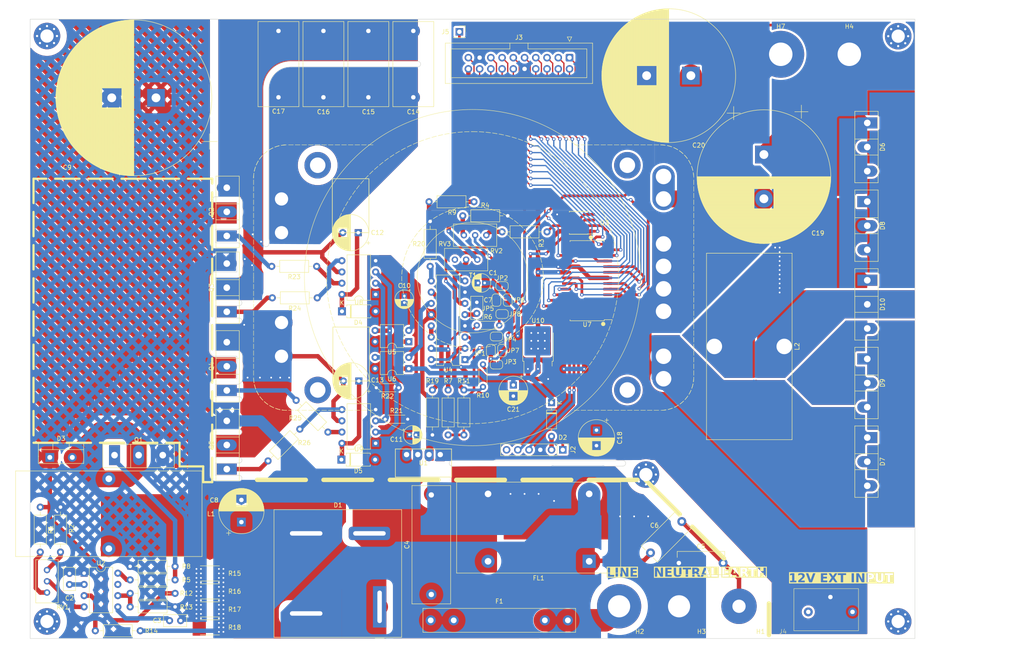
<source format=kicad_pcb>
(kicad_pcb (version 20221018) (generator pcbnew)
  (layers (0 "F.Cu" signal) (31 "B.Cu" signal) (34 "B.Paste" user) (35 "F.Paste" user) (36 "B.SilkS" user "B.Silkscreen") (37 "F.SilkS" user "F.Silkscreen") (38 "B.Mask" user) (39 "F.Mask" user) (44 "Edge.Cuts" user))
  (net 0 "")
  (net 1 "Net-(T1-AA)")
  (net 2 "Net-(D2-A)")
  (net 3 "Net-(T1-SA)")
  (net 4 "/rectified 300V")
  (net 5 "Net-(T1-SD)")
  (net 6 "Net-(Q2-S)")
  (net 7 "Net-(D4-K)")
  (net 8 "GND")
  (net 9 "300V clean")
  (net 10 "Net-(Q2-G)")
  (net 11 "Net-(Q3-G)")
  (net 12 "Net-(Q4-G)")
  (net 13 "GND1")
  (net 14 "VBUS")
  (net 15 "Net-(Q4-S)")
  (net 16 "Net-(D6-A)")
  (net 17 "+5V")
  (net 18 "Net-(D9-A)")
  (net 19 "/line filtered")
  (net 20 "/neut filtered")
  (net 21 "Net-(D7-A)")
  (net 22 "Net-(D8-A)")
  (net 23 "PFC1")
  (net 24 "+12V")
  (net 25 "Net-(Q5-G)")
  (net 26 "Earth")
  (net 27 "NEUT")
  (net 28 "Net-(JP3-B)")
  (net 29 "+12VA")
  (net 30 "Net-(JP5-B)")
  (net 31 "IBUS")
  (net 32 "Net-(JP1-B)")
  (net 33 "OUT_A")
  (net 34 "OUT_B")
  (net 35 "2IN+")
  (net 36 "Net-(JP2-A)")
  (net 37 "Net-(R2-Pad1)")
  (net 38 "/PFC_SHUNT")
  (net 39 "PFC_ISENSE")
  (net 40 "Net-(U2-ICOMP)")
  (net 41 "Net-(U2-VCOMP)")
  (net 42 "Net-(C4-Pad1)")
  (net 43 "Net-(U4-CT)")
  (net 44 "Net-(C19-Pad2)")
  (net 45 "Net-(U2-GATE)")
  (net 46 "Net-(U4-2IN-)")
  (net 47 "Net-(U4-FB)")
  (net 48 "Net-(U4-1IN-)")
  (net 49 "Net-(U2-VSENSE)")
  (net 50 "Net-(U4-E2)")
  (net 51 "Net-(U4-E1)")
  (net 52 "Net-(U8-HIN)")
  (net 53 "Net-(U8-LIN)")
  (net 54 "Net-(U8-HO)")
  (net 55 "Net-(U8-LO)")
  (net 56 "Net-(U9-HO)")
  (net 57 "Net-(U9-LO)")
  (net 58 "Net-(U4-RT)")
  (net 59 "Net-(U3-REF)")
  (net 60 "Net-(U4-C1)")
  (net 61 "Net-(U4-C2)")
  (net 62 "Net-(U4-OUTCTRL)")
  (net 63 "/7SEG_DEMUX_A")
  (net 64 "/7SEG_DEMUX_B")
  (net 65 "/7SEG_DEMUX_C")
  (net 66 "/7SEG_DEMUX_D")
  (net 67 "/7SEG_A")
  (net 68 "/7SEG_B")
  (net 69 "/7SEG_C")
  (net 70 "/7SEG_D")
  (net 71 "/ENCODER_A")
  (net 72 "/ENCODER_B")
  (net 73 "VPP")
  (net 74 "BUTTONS_C")
  (net 75 "Net-(D10-A)")
  (net 76 "ICSPDAT")
  (net 77 "DAC_~{CS}")
  (net 78 "ADC0")
  (net 79 "ADC1")
  (net 80 "ADC2")
  (net 81 "ADC3")
  (net 82 "Net-(R3-Pad1)")
  (net 83 "Net-(U2-VINS)")
  (net 85 "Net-(R1-Pad2)")
  (net 86 "Net-(R4-Pad1)")
  (net 87 "Net-(R9-Pad1)")
  (net 88 "VAC")
  (net 89 "ICSPCLK")
  (net 90 "Net-(D5-K)")
  (net 91 "Net-(D3-A)")
  (net 92 "ENCODER_C")
  (net 94 "BUTTONS_B")
  (net 95 "BUTTONS_A")
  (net 96 "SPI_MOSI")
  (net 97 "DISPLAY_~{CS}")
  (net 98 "SPI_CLK")
  (footprint "Resistor_THT:R_Axial_DIN0207_L6.3mm_D2.5mm_P10.16mm_Horizontal" (layer "F.Cu") (at 26.858 140.462 90)
    (fp_text reference "R2")
    (fp_text value "4.7k")
  )
  (footprint "Capacitor_THT:CP_Radial_D35.0mm_P10.00mm_SnapIn" (layer "F.Cu") (at 48.448 37.78 180)
    (fp_text reference "C9")
    (fp_text value "470u/400V")
  )
  (footprint "Inductor_THT:L_Toroid_Vertical_L41.9mm_W19.1mm_P15.80mm_Vishay_TJ7" (layer "F.Cu") (at 190.46 93.98 -90)
    (fp_text reference "L2")
    (fp_text value "5u")
  )
  (footprint "Resistor_THT:R_Axial_DIN0207_L6.3mm_D2.5mm_P10.16mm_Horizontal" (layer "F.Cu") (at 110.932 103.82 -90)
    (fp_text reference "R19")
    (fp_text value "100")
  )
  (footprint "MountingHole:MountingHole_3mm_Pad_Via" (layer "F.Cu") (at 216.215 156.144)
    (fp_text reference "REF**" hide)
    (fp_text value "MountingHole_3mm_Pad_Via")
  )
  (footprint "Resistor_THT:R_Axial_DIN0204_L3.6mm_D1.6mm_P5.08mm_Horizontal" (layer "F.Cu") (at 100.264 110.424)
    (fp_text reference "R21")
    (fp_text value "1k")
  )
  (footprint "Resistor_THT:R_Axial_DIN0207_L6.3mm_D2.5mm_P10.16mm_Horizontal" (layer "F.Cu") (at 126.68 68.072)
    (fp_text reference "R3")
    (fp_text value "100k")
  )
  (footprint "Resistor_THT:R_Axial_DIN0207_L6.3mm_D2.5mm_P10.16mm_Horizontal" (layer "F.Cu") (at 110.424 75.88 90)
    (fp_text reference "R20")
    (fp_text value "100")
  )
  (footprint "Resistor_SMD:R_2512_6332Metric_Pad1.40x3.35mm_HandSolder" (layer "F.Cu") (at 60.64 153.416 180)
    (fp_text reference "R17")
    (fp_text value "300m")
  )
  (footprint "Package_TO_SOT_THT:TO-247-3_Vertical" (layer "F.Cu") (at 209.23 114.576 -90)
    (fp_text reference "D7")
    (fp_text value "S30D45C")
  )
  (footprint "Connector_IDC:IDC-Header_2x10_P2.54mm_Vertical" (layer "F.Cu") (at 141.92 28.702 -90)
    (fp_text reference "J3")
    (fp_text value "Front_Panel")
  )
  (footprint "Resistor_THT:R_Axial_DIN0207_L6.3mm_D2.5mm_P10.16mm_Horizontal" (layer "F.Cu") (at 80.96 112.673898 -135)
    (fp_text reference "R26")
    (fp_text value "3.3")
  )
  (footprint "Capacitor_THT:C_Disc_D5.0mm_W2.5mm_P2.50mm" (layer "F.Cu") (at 120.965 86.508 90)
    (fp_text reference "C7")
    (fp_text value "10n")
  )
  (footprint "Connector_PinSocket_2.54mm:PinSocket_1x01_P2.54mm_Vertical" (layer "F.Cu") (at 117.028 22.86)
    (fp_text reference "J5")
    (fp_text value "Wire")
  )
  (footprint "Resistor_THT:R_Axial_DIN0207_L6.3mm_D2.5mm_P10.16mm_Horizontal" (layer "F.Cu") (at 114.488 113.98 90)
    (fp_text reference "R7")
    (fp_text value "100k")
  )
  (footprint "Package_SO:SOIC-28W_7.5x17.9mm_P1.27mm" (layer "F.Cu") (at 145.906 79.121 180)
    (fp_text reference "U7")
    (fp_text value "PIC16F1786-xSO")
  )
  (footprint "Fuse:Fuseholder_Littelfuse_445_030_series_5x30mm" (layer "F.Cu") (at 141.545 155.89 180)
    (fp_text reference "F1")
    (fp_text value "Fuse")
  )
  (footprint "MountingHole:MountingHole_3mm_Pad_Via" (layer "F.Cu") (at 216.215 23.846)
    (fp_text reference "REF**" hide)
    (fp_text value "MountingHole_3mm_Pad_Via")
  )
  (footprint "Capacitor_THT:C_Rect_L19.0mm_W9.0mm_P15.00mm_MKS4" (layer "F.Cu") (at 76.134 22.66 -90)
    (fp_text reference "C17")
    (fp_text value "0.33u")
  )
  (footprint "Resistor_THT:R_Axial_DIN0204_L3.6mm_D1.6mm_P5.08mm_Horizontal" (layer "F.Cu") (at 122.362 98.044 -90)
    (fp_text reference "R10")
    (fp_text value "1k")
  )
  (footprint "Resistor_THT:R_Axial_DIN0204_L3.6mm_D1.6mm_P5.08mm_Horizontal" (layer "F.Cu") (at 126.045 89.215 180)
    (fp_text reference "R6")
    (fp_text value "1k")
  )
  (footprint "MountingHole:MountingHole_6mm_Pad" (layer "F.Cu") (at 166.685 152.715 180)
    (fp_text reference "H3")
    (fp_text value "NEUTRAL")
  )
  (footprint "Package_TO_SOT_THT:TO-247-3_Vertical" (layer "F.Cu") (at 64.45 86.145 90)
    (fp_text reference "Q3")
    (fp_text value "IRFP360")
  )
  (footprint "MountingHole:MountingHole_6mm_Pad" (layer "F.Cu") (at 180.235 152.715 180)
    (fp_text reference "H1")
    (fp_text value "EARTH")
  )
  (footprint "Capacitor_THT:C_Disc_D5.0mm_W2.5mm_P2.50mm" (layer "F.Cu") (at 28.89 147.788 90)
    (fp_text reference "C2")
    (fp_text value "10n")
  )
  (footprint "Capacitor_THT:CP_Radial_D4.0mm_P1.50mm" (layer "F.Cu") (at 105.725 113.98)
    (fp_text reference "C11")
    (fp_text value "1u")
  )
  (footprint "Capacitor_THT:C_Disc_D5.0mm_W2.5mm_P2.50mm" (layer "F.Cu") (at 51.516 155.956)
    (fp_text reference "C3")
    (fp_text value "10n")
  )
  (footprint "Capacitor_THT:CP_Radial_D4.0mm_P1.50mm" (layer "F.Cu") (at 122.743 79.629 180)
    (fp_text reference "C1")
    (fp_text value "1u/50V")
  )
  (footprint "Package_DIP:DIP-8_W7.62mm" (layer "F.Cu") (at 98.095 82.22 180)
    (fp_text reference "U8")
    (fp_text value "FAN7382")
  )
  (footprint "Package_TO_SOT_THT:TO-247-3_Vertical" (layer "F.Cu") (at 64.45 103.925 90)
    (fp_text reference "Q4")
    (fp_text value "IRFP360")
  )
  (footprint "Resistor_SMD:R_2512_6332Metric_Pad1.40x3.35mm_HandSolder" (layer "F.Cu") (at 60.64 157.48 180)
    (fp_text reference "R18")
    (fp_text value "300m")
  )
  (footprint "Resistor_THT:R_Axial_DIN0207_L6.3mm_D2.5mm_P10.16mm_Horizontal" (layer "F.Cu") (at 42.606 143.698)
    (fp_text reference "R8")
    (fp_text value "100k")
  )
  (footprint "Package_DIP:DIP-8_W7.62mm" (layer "F.Cu") (at 32.202 145.232)
    (fp_text reference "U2")
    (fp_text value "ICE1PCS02")
  )
  (footprint "Resistor_SMD:R_2512_6332Metric_Pad1.40x3.35mm_HandSolder" (layer "F.Cu") (at 60.64 149.352 180)
    (fp_text reference "R16")
    (fp_text value "300m")
  )
  (footprint "Capacitor_THT:CP_Radial_D8.0mm_P3.50mm" (layer "F.Cu") (at 94.296651 101.788 180)
    (fp_text reference "C13")
    (fp_text value "470u")
  )
  (footprint "Capacitor_THT:CP_Radial_D30.0mm_P10.00mm_SnapIn" (layer "F.Cu") (at 185.862 50.600066 -90)
    (fp_text reference "C19")
    (fp_text value "10000u/35V")
  )
  (footprint "Resistor_THT:R_Axial_DIN0207_L6.3mm_D2.5mm_P10.16mm_Horizontal" (layer "F.Cu") (at 87.31 113.345 135)
    (fp_text reference "R25")
    (fp_text value "3.3")
  )
  (footprint "Resistor_THT:R_Axial_DIN0207_L6.3mm_D2.5mm_P10.16mm_Horizontal" (layer "F.Cu") (at 117.79 64.45)
    (fp_text reference "R4")
    (fp_text value "500")
  )
  (footprint "Jumper:SolderJumper-2_P1.3mm_Open_RoundedPad1.0x1.5mm" (layer "F.Cu") (at 126.68 94.915 -90)
    (fp_text reference "JP7")
    (fp_text value "B")
  )
  (footprint "Capacitor_THT:CP_Radial_D30.0mm_P10.00mm_SnapIn" (layer "F.Cu") (at 169.352 32.766 180)
    (fp_text reference "C20")
    (fp_text value "10000u/35V")
  )
  (footprint "Diode_THT:D_DO-35_SOD27_P7.62mm_Horizontal" (layer "F.Cu") (at 137.856 106.68 -90)
    (fp_text reference "D2")
    (fp_text value "BAT48RL")
  )
  (footprint "Package_DIP:DIP-4_W7.62mm" (layer "F.Cu") (at 105.588 92.903 180)
    (fp_text reference "U5")
    (fp_text value "TLP421P")
  )
  (footprint "MountingHole:MountingHole_6mm_Pad" (layer "F.Cu") (at 153.135 152.715 180)
    (fp_text reference "H2")
    (fp_text value "LIVE")
  )
  (footprint "Potentiometer_THT:Potentiometer_Bourns_3296W_Vertical" (layer "F.Cu") (at 123.124 68.834)
    (fp_text reference "RV2")
    (fp_text value "10k")
  )
  (footprint "Capacitor_THT:CP_Radial_D6.3mm_P2.50mm" (layer "F.Cu") (at 129.22 102.703621 -90)
    (fp_text reference "C21")
    (fp_text value "220u/6.3V")
  )
  (footprint "MountingHole:MountingHole_5.3mm_M5_Pad" (layer "F.Cu") (at 189.672 27.94)
    (fp_text reference "H7")
    (fp_text value "output -")
  )
  (footprint "Jumper:SolderJumper-2_P1.3mm_Open_RoundedPad1.0x1.5mm" (layer "F.Cu") (at 126.68 86.645 180)
    (fp_text reference "JP8")
    (fp_text value "B")
  )
  (footprint "Resistor_THT:R_Axial_DIN0204_L3.6mm_D1.6mm_P5.08mm_Horizontal" (layer "F.Cu") (at 103.312 103.312 180)
    (fp_text reference "R22")
    (fp_text value "1k")
  )
  (footprint "Package_TO_SOT_THT:TO-247-3_Vertical" (layer "F.Cu") (at 64.45 121.705 90)
    (fp_text reference "Q5")
    (fp_text value "IRFP360")
  )
  (footprint "Resistor_THT:R_Axial_DIN0207_L6.3mm_D2.5mm_P10.16mm_Horizontal" (layer "F.Cu") (at 120.33 61.275 180)
    (fp_text reference "R9")
    (fp_text value "500")
  )
  (footprint "Potentiometer_THT:Potentiometer_Bourns_3296W_Vertical" (layer "F.Cu") (at 116.012 74.356 180)
    (fp_text reference "RV3")
    (fp_text value "1k")
  )
  (footprint "Jumper:SolderJumper-2_P1.3mm_Open_RoundedPad1.0x1.5mm" (layer "F.Cu") (at 125.41 91.725 180)
    (fp_text reference "JP4")
    (fp_text value "A")
  )
  (footprint "Potentiometer_THT:Potentiometer_Bourns_3296W_Vertical" (layer "F.Cu") (at 23.81 149.606 -90)
    (fp_text reference "RV1")
    (fp_text value "10k")
  )
  (footprint "Package_SO:PowerIntegrations_SO-8" (layer "F.Cu") (at 143.952 66.04 180)
    (fp_text reference "U3")
    (fp_text value "TLV5638")
  )
  (footprint "Capacitor_THT:C_Rect_L19.0mm_W9.0mm_P15.00mm_MKS4" (layer "F.Cu") (at 106.614 22.66 -90)
    (fp_text reference "C14")
    (fp_text value "0.33u")
  )
  (footprint "Resistor_THT:R_Axial_DIN0207_L6.3mm_D2.5mm_P10.16mm_Horizontal" (layer "F.Cu") (at 42.606 146.746)
    (fp_text reference "R5")
    (fp_text value "3.3")
  )
  (footprint "Resistor_THT:R_Axial_DIN0207_L6.3mm_D2.5mm_P10.16mm_Horizontal" (layer "F.Cu") (at 44.892 158.242 180)
    (fp_text reference "R14")
    (fp_text value "220")
  )
  (footprint "MountingHole:MountingHole_5.3mm_M5_Pad" (layer "F.Cu") (at 205.166 27.94)
    (fp_text reference "H4")
    (fp_text value "+ connection to load")
  )
  (footprint "Resistor_THT:R_Axial_DIN0207_L6.3mm_D2.5mm_P10.16mm_Horizontal" (layer "F.Cu") (at 22.286 130.302 -90)
    (fp_text reference "R1")
    (fp_text value "330k")
  )
  (footprint "Capacitor_THT:CP_Radial_D8.0mm_P3.50mm" (layer "F.Cu") (at 148.016 112.901349 -90)
    (fp_text reference "C18")
    (fp_text value "470u/16V")
  )
  (footprint "Jumper:SolderJumper-2_P1.3mm_Open_RoundedPad1.0x1.5mm" (layer "F.Cu") (at 125.41 83.5 -90)
    (fp_text reference "JP5")
    (fp_text value "A")
  )
  (footprint "Package_TO_SOT_THT:TO-247-3_Vertical" (layer "F.Cu") (at 39.072 118.552)
    (fp_text reference "Q1")
    (fp_text value "IRFP360")
  )
  (footprint "Inductor_THT:L_CommonMode_Toroid_Vertical_L36.8mm_W20.3mm_Px15.24mm_Py22.86mm_Bourns_8100" (layer "F.Cu") (at 146.365 142.55 180)
    (fp_text reference "FL1")
    (fp_text value "Filter_EMI_CommonMode")
  )
  (footprint "Resistor_THT:R_Axial_DIN0207_L6.3mm_D2.5mm_P10.16mm_Horizontal" (layer "F.Cu") (at 52.766 152.842 180)
    (fp_text reference "R13")
    (fp_text value "15k")
  )
  (footprint "Connector_PinHeader_2.54mm:PinHeader_1x06_P2.54mm_Vertical" (layer "F.Cu") (at 140.396 117.348 -90)
    (fp_text reference "J2")
    (fp_text value "programmer")
  )
  (footprint "Capacitor_THT:CP_Radial_D10.0mm_P5.00mm" (layer "F.Cu") (at 67.752 133.685677 90)
    (fp_text reference "C8")
    (fp_text value "6.8u/400V")
  )
  (footprint "Package_DIP:DIP-16_W7.62mm" (layer "F.Cu") (at 118.288 96.947 180)
    (fp_text reference "U4")
    (fp_text value "TL494")
  )
  (footprint "Package_TO_SOT_SMD:TO-252-3_TabPin2" (layer "F.Cu") (at 134.802 94.02 90)
    (fp_text reference "U10")
    (fp_text value "LM1117DT-5.0")
  )
  (footprint "Resistor_THT:R_Axial_DIN0207_L6.3mm_D2.5mm_P10.16mm_Horizontal" (layer "F.Cu") (at 84.897 82.992 180)
    (fp_text reference "R24")
    (fp_text value "3.3")
  )
  (footprint "Diode_THT:D_A-405_P7.62mm_Horizontal" (layer "F.Cu") (at 90.358 119.568)
    (fp_text reference "D5")
    (fp_text value "IN4002")
  )
  (footprint "Package_DIP:DIP-4_W7.62mm" (layer "F.Cu") (at 105.588 98.999 180)
    (fp_text reference "U6")
    (fp_text value "TLP421P")
  )
  (footprint "Capacitor_THT:CP_Radial_D8.0mm_P3.50mm" (layer "F.Cu") (at 94.168 68.26 180)
    (fp_text reference "C12")
    (fp_text value "470u")
  )
  (footprint "Capacitor_THT:C_Disc_D10.5mm_W5.0mm_P10.00mm" (layer "F.Cu") (at 166.638 142.936)
    (fp_text reference "C5")
    (fp_text value "4.7n")
  )
  (footprint "Capacitor_THT:C_Disc_D10.5mm_W5.0mm_P10.00mm" (layer "F.Cu") (at 160.228466 140.629534 45)
    (fp_text reference "C6")
    (fp_text value "4.7n")
  )
  (footprint "Package_DIP:DIP-8_W7.62mm" (layer "F.Cu") (at 98.095 115.875 180)
    (fp_text reference "U9")
    (fp_text value "FAN7382")
  )
  (footprint "Capacitor_THT:C_Rect_L26.5mm_W8.5mm_P22.50mm_MKS4" (layer "F.Cu") (at 110.678 150.048 90)
    (fp_text reference "C4")
    (fp_text value "0.47u")
  )
  (footprint "Capacitor_THT:C_Rect_L19.0mm_W9.0mm_P15.00mm_MKS4" (layer "F.Cu") (at 86.294 22.66 -90)
    (fp_text reference "C16")
    (fp_text value "0.33u")
  )
  (footprint "Jumper:SolderJumper-2_P1.3mm_Open_RoundedPad1.0x1.5mm" (layer "F.Cu") (at 126.665 80.325)
    (fp_text reference "JP2")
    (fp_text value "B")
  )
  (footprint "Package_TO_SOT_THT:TO-220-2_Vertical" (layer "F.Cu") (at 24.445 119.06)
    (fp_text reference "D3")
    (fp_text value "FES16JT")
  )
  (footprint "Jumper:SolderJumper-2_P1.3mm_Open_RoundedPad1.0x1.5mm" (layer "F.Cu") (at 124.14 94.915 90)
    (fp_text reference "JP1")
    (fp_text value "B")
  )
  (footprint "Resistor_THT:R_Axial_DIN0207_L6.3mm_D2.5mm_P10.16mm_Horizontal" (layer "F.Cu") (at 84.77 75.88 180)
    (fp_text reference "R23")
    (fp_text value "3.3")
  )
  (footprint "Capacitor_THT:C_Rect_L19.0mm_W9.0mm_P15.00mm_MKS4" (layer "F.Cu") (at 96.454 22.66 -90)
    (fp_text reference "C15")
    (fp_text value "0.33u")
  )
  (footprint "Diode_THT:D_A-405_P7.62mm_Horizontal" (layer "F.Cu") (at 90.485 86.04)
    (fp_text reference "D4")
    (fp_text value "IN4002")
  )
  (footprint "MountingHole:MountingHole_3mm_Pad_Via" (layer "F.Cu") (at 23.81 23.81)
    (fp_text reference "REF**" hide)
    (fp_text value "MountingHole_3mm_Pad_Via")
  )
  (footprint "custom:aosi connector 3 pin 45 degrees" (layer "F.Cu") (at 200.895 150.625 180)
    (fp_text reference "J4")
    (fp_text value "Conn_01x03_Socket")
  )
  (footprint "custom:BIG toroid max custom" (layer "F.Cu") (at 120 78.42)
    (fp_text reference "T1")
    (fp_text value "Transformer_1P_2S")
  )
  (footprint "Inductor_THT:L_Toroid_Vertical_L41.9mm_W19.1mm_P15.80mm_Vishay_TJ7" (layer "F.Cu") (at 37.78 139.7 180)
    (fp_text reference "L1")
    (fp_text value "5u")
  )
  (footprint "MountingHole:MountingHole_3mm_Pad_Via" (layer "F.Cu") (at 23.81 156.144)
    (fp_text reference "REF**" hide)
    (fp_text value "MountingHole_3mm_Pad_Via")
  )
  (footprint "Diode_THT:Diode_Bridge_GeneSiC_KBPC_T" (layer "F.Cu") (at 98.994 152.842 180)
    (fp_text reference "D1")
    (fp_text value "kbpc1510")
  )
  (footprint "Resistor_THT:R_Axial_DIN0207_L6.3mm_D2.5mm_P10.16mm_Horizontal" (layer "F.Cu") (at 118.044 103.82 -90)
    (fp_text reference "R11")
    (fp_text value "100k")
  )
  (footprint "Capacitor_THT:CP_Radial_D4.0mm_P1.50mm" (layer "F.Cu") (at 104.582 82.574 -90)
    (fp_text reference "C10")
    (fp_text value "1u")
  )
  (footprint "Package_TO_SOT_THT:TO-247-3_Vertical" (layer "F.Cu") (at 209.23 43.456 -90)
    (fp_text reference "D6")
    (fp_text value "S30D45C")
  )
  (footprint "Resistor_THT:R_Axial_DIN0207_L6.3mm_D2.5mm_P10.16mm_Horizontal" (layer "F.Cu") (at 52.766 149.794 180)
    (fp_text reference "R12")
    (fp_text value "910k")
  )
  (footprint "Package_TO_SOT_THT:TO-247-3_Vertical" (layer "F.Cu") (at 64.45 69 90)
    (fp_text reference "Q2")
    (fp_text value "IRFP360")
  )
  (footprint "Package_TO_SOT_THT:TO-247-3_Vertical" (layer "F.Cu") (at 209.23 61.236 -90)
    (fp_text reference "D8")
    (fp_text value "S30D45C")
  )
  (footprint "Resistor_SMD:R_2512_6332Metric_Pad1.40x3.35mm_HandSolder" (layer "F.Cu") (at 60.64 145.288 180)
    (fp_text reference "R15")
    (fp_text value "300m")
  )
  (footprint "Jumper:SolderJumper-2_P1.3mm_Open_RoundedPad1.0x1.5mm" (layer "F.Cu") (at 127.95 83.485 90)
    (fp_text reference "JP6")
    (fp_text value "A")
  )
  (footprint "Jumper:SolderJumper-2_P1.3mm_Open_RoundedPad1.0x1.5mm" (layer "F.Cu") (at 125.41 98.075)
    (fp_text reference "JP3")
    (fp_text value "A")
  )
  (footprint "Package_TO_SOT_THT:TO-247-3_Vertical" (layer "F.Cu") (at 209.23 96.796 -90)
    (fp_text reference "D9")
    (fp_text value "S30D45C")
  )
  (footprint "MountingHole:MountingHole_3mm_Pad_Via" (layer "F.Cu") (at 159.192 122.936)
    (fp_text reference "REF**" hide)
    (fp_text value "MountingHole_3mm_Pad_Via")
  )
  (footprint "Package_TO_SOT_THT:TO-247-3_Vertical" (layer "F.Cu") (at 209.23 79.016 -90)
    (fp_text reference "D10")
    (fp_text value "S40D45C")
  )
  (footprint "custom:SIP-4" (layer "F.Cu") (at 108.9 120.33 180)
    (fp_text reference "U1")
    (fp_text value "BS1212S")
  )
  (gr_rect (start 56.83 143.51) (end 59.624 159.258) (stroke (width 0.2)) (fill solid) (layer "F.Cu"))
  (gr_rect (start 61.656 143.51) (end 64.45 159.258) (stroke (width 0.2)) (fill solid) (layer "F.Cu"))
  (gr_rect (start 88.299651 56.068) (end 96.581 68.26) (stroke (width 0.15)) (fill none) (layer "F.SilkS"))
  (gr_circle (center 146.746 69.342) (end 146.365 69.215) (stroke (width 0.15)) (fill solid) (layer "F.SilkS"))
  (gr_circle (center 149.54 88.9) (end 149.667 88.519) (stroke (width 0.15)) (fill solid) (layer "F.SilkS"))
  (gr_line (start 159.065 124.14) (end 176.845 141.92) (stroke (width 1) (type dash)) (layer "F.SilkS"))
  (gr_line (start 71.308 124.14) (end 159.065 124.14) (stroke (width 1) (type dash)) (layer "F.SilkS"))
  (gr_poly (pts (xy 20.762 115.757781) (xy 53.782 115.757781) (xy 53.782 121.091781) (xy 59.116 121.091781) (xy 59.116 124.647781) (xy 61.148 124.647781) (xy 61.148 56.067781) (xy 20.762 56.067781)) (stroke (width 0.5) (type dash)) (fill none) (layer "F.SilkS"))
  (gr_line (start 187.005 152.08) (end 187.005 159.192) (stroke (width 1) (type dash)) (layer "F.SilkS"))
  (gr_rect (start 88.426651 89.596) (end 96.708 101.788) (stroke (width 0.15)) (fill none) (layer "F.SilkS"))
  (gr_arc (start 60.64 78.42) (mid 61.011974 77.521974) (end 61.91 77.15) (stroke (width 0.1)) (layer "Edge.Cuts"))
  (gr_line (start 61.91 67.498) (end 66.736 67.498) (stroke (width 0.1)) (layer "Edge.Cuts"))
  (gr_line (start 66.736 78.42) (end 61.91 78.42) (stroke (width 0.1)) (layer "Edge.Cuts"))
  (gr_arc (start 115.377 121.031) (mid 114.742 120.396) (end 115.377 119.761) (stroke (width 0.1)) (layer "Edge.Cuts"))
  (gr_arc (start 107.63 29.525) (mid 108.265 30.16) (end 107.63 30.795) (stroke (width 0.1)) (layer "Edge.Cuts"))
  (gr_line (start 67.2186 113.9546) (end 61.91 113.9292) (stroke (width 0.1)) (layer "Edge.Cuts"))
  (gr_line (start 60.64 82.865) (end 60.64 78.42) (stroke (width 0.1)) (layer "Edge.Cuts"))
  (gr_line (start 66.736 94.93) (end 61.91 94.93) (stroke (width 0.1)) (layer "Edge.Cuts"))
  (gr_arc (start 67.244 83.5) (mid 67.879 84.135) (end 67.244 84.77) (stroke (width 0.1)) (layer "Edge.Cuts"))
  (gr_line (start 61.91 105.344) (end 61.91 102.55) (stroke (width 0.1)) (layer "Edge.Cuts"))
  (gr_line (start 66.736 101.28) (end 66.736 96.2) (stroke (width 0.1)) (layer "Edge.Cuts"))
  (gr_line (start 68.006 71.816) (end 68.006 77.15) (stroke (width 0.1)) (layer "Edge.Cuts"))
  (gr_line (start 60.64 94.93) (end 60.64 90.485) (stroke (width 0.1)) (layer "Edge.Cuts"))
  (gr_line (start 68.006 101.28) (end 68.006 96.2) (stroke (width 0.1)) (layer "Edge.Cuts"))
  (gr_line (start 61.91 70.546) (end 66.736 70.546) (stroke (width 0.1)) (layer "Edge.Cuts"))
  (gr_line (start 79.055 29.525) (end 107.63 29.525) (stroke (width 0.1)) (layer "Edge.Cuts"))
  (gr_line (start 66.736 77.15) (end 66.736 71.816) (stroke (width 0.1)) (layer "Edge.Cuts"))
  (gr_line (start 66.736 71.816) (end 61.91 71.816) (stroke (width 0.1)) (layer "Edge.Cuts"))
  (gr_line (start 60.64 84.135) (end 60.64 82.865) (stroke (width 0.1)) (layer "Edge.Cuts"))
  (gr_arc (start 68.006 77.15) (mid 67.634026 78.048026) (end 66.736 78.42) (stroke (width 0.1)) (layer "Edge.Cuts"))
  (gr_line (start 61.91 70.546) (end 61.91 67.498) (stroke (width 0.1)) (layer "Edge.Cuts"))
  (gr_arc (start 67.244 87.564) (mid 67.879 88.199) (end 67.244 88.834) (stroke (width 0.1)) (layer "Edge.Cuts"))
  (gr_line (start 61.91 112.71) (end 67.2186 112.6846) (stroke (width 0.1)) (layer "Edge.Cuts"))
  (gr_line (start 61.91 83.5) (end 61.91 78.42) (stroke (width 0.1)) (layer "Edge.Cuts"))
  (gr_line (start 61.91 105.344) (end 67.244 105.344) (stroke (width 0.1)) (layer "Edge.Cuts"))
  (gr_line (start 60.64 90.485) (end 60.64 89.215) (stroke (width 0.1)) (layer "Edge.Cuts"))
  (gr_line (start 61.91 87.564) (end 67.244 87.564) (stroke (width 0.1)) (layer "Edge.Cuts"))
  (gr_line (start 153.985 119.761) (end 115.377 119.761) (stroke (width 0.1)) (layer "Edge.Cuts"))
  (gr_arc (start 68.006 101.28) (mid 67.634026 102.178026) (end 66.736 102.55) (stroke (width 0.1)) (layer "Edge.Cuts"))
  (gr_rect (start 20 20) (end 220 160) (stroke (width 0.1)) (fill none) (layer "Edge.Cuts"))
  (gr_arc (start 72.70127 35.883012) (mid 74.512717 31.339508) (end 79.055 29.525) (stroke (width 0.1)) (layer "Edge.Cuts"))
  (gr_line (start 66.355 77.15) (end 66.736 77.15) (stroke (width 0.1)) (layer "Edge.Cuts"))
  (gr_arc (start 61.91 61.402) (mid 61.275 60.767) (end 61.91 60.132) (stroke (width 0.1)) (layer "Edge.Cuts"))
  (gr_line (start 66.736 101.28) (end 61.91 101.28) (stroke (width 0.1)) (layer "Edge.Cuts"))
  (gr_line (start 72.705 70.8) (end 72.705 35.875) (stroke (width 0.1)) (layer "Edge.Cuts"))
  (gr_line (start 61.91 119.06) (end 67.244 119.06) (stroke (width 0.1)) (layer "Edge.Cuts"))
  (gr_line (start 61.91 113.9292) (end 61.91 119.06) (stroke (width 0.1)) (layer "Edge.Cuts"))
  (gr_line (start 67.244 120.33) (end 61.91 120.33) (stroke (width 0.1)) (layer "Edge.Cuts"))
  (gr_line (start 60.64 118.425) (end 60.64 113.98) (stroke (width 0.1)) (layer "Edge.Cuts"))
  (gr_arc (start 73.975 70.8) (mid 73.34 71.435) (end 72.705 70.8) (stroke (width 0.1)) (layer "Edge.Cuts"))
  (gr_arc (start 61.91 96.2) (mid 61.011974 95.828026) (end 60.64 94.93) (stroke (width 0.1)) (layer "Edge.Cuts"))
  (gr_arc (start 67.244 123.124) (mid 67.879 123.759) (end 67.244 124.394) (stroke (width 0.1)) (layer "Edge.Cuts"))
  (gr_line (start 61.91 102.55) (end 66.736 102.55) (stroke (width 0.1)) (layer "Edge.Cuts"))
  (gr_arc (start 66.736 70.546) (mid 67.634026 70.917974) (end 68.006 71.816) (stroke (width 0.1)) (layer "Edge.Cuts"))
  (gr_line (start 67.999697 66.35437) (end 68.012334 61.402) (stroke (width 0.1)) (layer "Edge.Cuts"))
  (gr_arc (start 67.2186 112.6846) (mid 67.8536 113.3196) (end 67.2186 113.9546) (stroke (width 0.1)) (layer "Edge.Cuts"))
  (gr_line (start 61.91 60.132) (end 66.736 60.132) (stroke (width 0.1)) (layer "Edge.Cuts"))
  (gr_line (start 66.736 61.402) (end 66.736 66.228) (stroke (width 0.1)) (layer "Edge.Cuts"))
  (gr_line (start 61.91 96.2) (end 66.736 96.2) (stroke (width 0.1)) (layer "Edge.Cuts"))
  (gr_line (start 67.244 124.394) (end 61.91 124.394) (stroke (width 0.1)) (layer "Edge.Cuts"))
  (gr_line (start 66.736 66.228) (end 61.91 66.228) (stroke (width 0.1)) (layer "Edge.Cuts"))
  (gr_line (start 61.91 83.5) (end 67.244 83.5) (stroke (width 0.1)) (layer "Edge.Cuts"))
  (gr_line (start 107.63 30.795) (end 79.055 30.795) (stroke (width 0.1)) (layer "Edge.Cuts"))
  (gr_line (start 60.64 70.546) (end 60.64 67.498) (stroke (width 0.1)) (layer "Edge.Cuts"))
  (gr_line (start 61.91 123.124) (end 61.91 120.33) (stroke (width 0.1)) (layer "Edge.Cuts"))
  (gr_line (start 115.377 121.031) (end 153.985 121.031) (stroke (width 0.1)) (layer "Edge.Cuts"))
  (gr_arc (start 60.64 113.98) (mid 61.011974 113.081974) (end 61.91 112.71) (stroke (width 0.1)) (layer "Edge.Cuts"))
  (gr_line (start 67.244 88.834) (end 61.91 88.834) (stroke (width 0.1)) (layer "Edge.Cuts"))
  (gr_arc (start 60.64 67.498) (mid 61.011974 66.599974) (end 61.91 66.228) (stroke (width 0.1)) (layer "Edge.Cuts"))
  (gr_line (start 67.244 123.124) (end 61.91 123.124) (stroke (width 0.1)) (layer "Edge.Cuts"))
  (gr_line (start 60.64 105.344) (end 60.64 102.55) (stroke (width 0.1)) (layer "Edge.Cuts"))
  (gr_arc (start 66.736 60.132) (mid 67.634026 60.503974) (end 68.006 61.402) (stroke (width 0.1)) (layer "Edge.Cuts"))
  (gr_arc (start 153.985 119.761) (mid 154.62 120.396) (end 153.985 121.031) (stroke (width 0.1)) (layer "Edge.Cuts"))
  (gr_line (start 60.64 119.695) (end 60.64 118.425) (stroke (width 0.1)) (layer "Edge.Cuts"))
  (gr_arc (start 67.244 119.06) (mid 67.879 119.695) (end 67.244 120.33) (stroke (width 0.1)) (layer "Edge.Cuts"))
  (gr_arc (start 61.91 71.816) (mid 61.011974 71.444026) (end 60.64 70.546) (stroke (width 0.1)) (layer "Edge.Cuts"))
  (gr_arc (start 67.999697 66.35437) (mid 67.588177 67.169645) (end 66.736 67.498) (stroke (width 0.1)) (layer "Edge.Cuts"))
  (gr_line (start 61.91 94.93) (end 61.91 88.834) (stroke (width 0.1)) (layer "Edge.Cuts"))
  (gr_arc (start 73.975088 35.87834) (mid 75.423369 32.245731) (end 79.055 30.795001) (stroke (width 0.1)) (layer "Edge.Cuts"))
  (gr_arc (start 61.91 106.614) (mid 61.011974 106.242026) (end 60.64 105.344) (stroke (width 0.1)) (layer "Edge.Cuts"))
  (gr_arc (start 60.64 102.55) (mid 61.011974 101.651974) (end 61.91 101.28) (stroke (width 0.1)) (layer "Edge.Cuts"))
  (gr_line (start 66.736 61.402) (end 61.91 61.402) (stroke (width 0.1)) (layer "Edge.Cuts"))
  (gr_arc (start 66.736 94.93) (mid 67.634026 95.301974) (end 68.006 96.2) (stroke (width 0.1)) (layer "Edge.Cuts"))
  (gr_arc (start 61.91 124.394) (mid 61.011974 124.022026) (end 60.64 123.124) (stroke (width 0.1)) (layer "Edge.Cuts"))
  (gr_line (start 60.64 123.124) (end 60.64 119.695) (stroke (width 0.1)) (layer "Edge.Cuts"))
  (gr_arc (start 67.244 105.344) (mid 67.879 105.979) (end 67.244 106.614) (stroke (width 0.1)) (layer "Edge.Cuts"))
  (gr_line (start 73.975 35.875) (end 73.975 70.8) (stroke (width 0.1)) (layer "Edge.Cuts"))
  (gr_line (start 61.91 87.564) (end 61.91 84.77) (stroke (width 0.1)) (layer "Edge.Cuts"))
  (gr_line (start 67.244 106.614) (end 61.91 106.614) (stroke (width 0.1)) (layer "Edge.Cuts"))
  (gr_line (start 60.64 89.215) (end 60.64 84.135) (stroke (width 0.1)) (layer "Edge.Cuts"))
  (gr_line (start 67.244 84.77) (end 61.91 84.77) (stroke (width 0.1)) (layer "Edge.Cuts"))
  (gr_line (start 61.91 77.15) (end 66.355 77.15) (stroke (width 0.1)) (layer "Edge.Cuts"))
  (gr_text "NEUTRAL" (at 160.97 146.365) (layer "F.SilkS" knockout) (effects (font (size 2 2) (thickness 0.3) bold) (justify left bottom)))
  (gr_text "EARTH" (at 176.21 146.365) (layer "F.SilkS" knockout) (effects (font (size 2 2) (thickness 0.3) bold) (justify left bottom)))
  (gr_text "LINE" (at 150.302 146.365) (layer "F.SilkS" knockout) (effects (font (size 2 2) (thickness 0.3) bold) (justify left bottom)))
  (gr_text "12V EXT INPUT" (at 191.45 147.635) (layer "F.SilkS" knockout) (effects (font (size 2 2) (thickness 0.3) bold) (justify left bottom)))
  (segment (start 76.82 40.505) (end 79.665 37.66) (width 2.54) (layer "F.Cu") (net 1))
  (segment (start 76.82 40.505) (end 76.134 39.819) (width 2) (layer "F.Cu") (net 1))
  (segment (start 76.82 60.64) (end 76.82 40.505) (width 2.54) (layer "F.Cu") (net 1))
  (segment (start 76.82 68.26) (end 76.82 60.64) (width 2.54) (layer "F.Cu") (net 1))
  (segment (start 79.665 37.66) (end 106.614 37.66) (width 2.54) (layer "F.Cu") (net 1))
  (segment (start 76.134 39.819) (end 76.134 37.66) (width 2) (layer "F.Cu") (net 1))
  (segment (start 137.856 114.3) (end 137.856 117.348) (width 1) (layer "F.Cu") (net 2))
  (segment (start 191.704 63.246) (end 188.656 66.294) (width 3.81) (layer "F.Cu") (net 3))
  (segment (start 177.16 60.64) (end 163.18 60.64) (width 3.81) (layer "F.Cu") (net 3))
  (segment (start 191.704 55.372) (end 200.848 46.228) (width 1) (layer "F.Cu") (net 3))
  (segment (start 205.906 43.456) (end 209.23 43.456) (width 1) (layer "F.Cu") (net 3))
  (segment (start 188.656 66.294) (end 182.814 66.294) (width 3.81) (layer "F.Cu") (net 3))
  (segment (start 209.23 54.356) (end 192.72 54.356) (width 1) (layer "F.Cu") (net 3))
  (segment (start 200.848 46.228) (end 203.134 46.228) (width 1) (layer "F.Cu") (net 3))
  (segment (start 191.704 55.372) (end 191.704 63.246) (width 3.81) (layer "F.Cu") (net 3))
  (segment (start 203.134 46.228) (end 205.906 43.456) (width 1) (layer "F.Cu") (net 3))
  (segment (start 192.72 54.356) (end 191.704 55.372) (width 1) (layer "F.Cu") (net 3))
  (segment (start 182.814 66.294) (end 177.16 60.64) (width 3.81) (layer "F.Cu") (net 3))
  (segment (start 163.18 60.64) (end 163.18 55.56) (width 5.08) (layer "B.Cu") (net 3))
  (segment (start 82.738 149.032) (end 95.184 149.032) (width 3.81) (layer "F.Cu") (net 4))
  (segment (start 40.332 137.148) (end 70.854 137.148) (width 3.81) (layer "F.Cu") (net 4))
  (segment (start 95.184 149.032) (end 98.994 152.842) (width 3.81) (layer "F.Cu") (net 4))
  (segment (start 37.78 139.7) (end 40.332 137.148) (width 3.81) (layer "F.Cu") (net 4))
  (segment (start 70.854 137.148) (end 82.738 149.032) (width 3.81) (layer "F.Cu") (net 4))
  (segment (start 163.18 101.28) (end 172.842 101.28) (width 3.81) (layer "F.Cu") (net 5))
  (segment (start 204.15 115.57) (end 204.15 124.714) (width 1) (layer "F.Cu") (net 5))
  (segment (start 209.23 114.576) (end 205.144 114.576) (width 1) (layer "F.Cu") (net 5))
  (segment (start 187.132 115.57) (end 204.15 115.57) (width 3.81) (layer "F.Cu") (net 5))
  (segment (start 204.912 125.476) (end 209.23 125.476) (width 1) (layer "F.Cu") (net 5))
  (segment (start 204.15 124.714) (end 204.912 125.476) (width 1) (layer "F.Cu") (net 5))
  (segment (start 205.144 114.576) (end 204.15 115.57) (width 1) (layer "F.Cu") (net 5))
  (segment (start 172.842 101.28) (end 187.132 115.57) (width 3.81) (layer "F.Cu") (net 5))
  (segment (start 163.18 96.2) (end 163.18 101.28) (width 5.08) (layer "B.Cu") (net 5))
  (segment (start 70.292 56.068) (end 70.8 55.56) (width 2.54) (layer "F.Cu") (net 6))
  (segment (start 90.668 68.26) (end 90.485 68.26) (width 1) (layer "F.Cu") (net 6))
  (segment (start 70.181201 73.958799) (end 70.8 73.34) (width 2.54) (layer "F.Cu") (net 6))
  (segment (start 90.485 68.26) (end 86.04 72.705) (width 1) (layer "F.Cu") (net 6))
  (segment (start 64.45 58.1) (end 68.26 58.1) (width 2.54) (layer "F.Cu") (net 6))
  (segment (start 73.975 22.66) (end 70.8 25.835) (width 2.54) (layer "F.Cu") (net 6))
  (segment (start 70.165 75.626) (end 70.181201 75.609799) (width 2.54) (layer "F.Cu") (net 6))
  (segment (start 70.292 72.832) (end 70.292 68.641) (width 2.54) (layer "F.Cu") (net 6))
  (segment (start 86.04 73.848) (end 86.04 72.705) (width 1) (layer "F.Cu") (net 6))
  (segment (start 71.435 72.705) (end 70.8 73.34) (width 1) (layer "F.Cu") (net 6))
  (segment (start 89.332 77.14) (end 86.04 73.848) (width 1) (layer "F.Cu") (net 6))
  (segment (start 70.8 73.34) (end 70.292 72.832) (width 2.54) (layer "F.Cu") (net 6))
  (segment (start 64.715 80.96) (end 69.53 80.96) (width 2.54) (layer "F.Cu") (net 6))
  (segment (start 70.165157 77.386213) (end 70.181201 76.649773) (width 2.54) (layer "F.Cu") (net 6))
  (segment (start 90.475 77.14) (end 89.332 77.14) (width 1) (layer "F.Cu") (net 6))
  (segment (start 70.181201 76.649773) (end 70.181201 75.642201) (width 2.54) (layer "F.Cu") (net 6))
  (segment (start 86.04 72.705) (end 71.435 72.705) (width 1) (layer "F.Cu") (net 6))
  (segment (start 69.53 80.96) (end 70.165157 80.324843) (width 2.54) (layer "F.Cu") (net 6))
  (segment (start 70.181201 75.642201) (end 70.165 75.626) (width 2.54) (layer "F.Cu") (net 6))
  (segment (start 70.8 25.835) (end 70.8 55.56) (width 2.54) (layer "F.Cu") (net 6))
  (segment (start 106.614 22.66) (end 73.975 22.66) (width 2.54) (layer "F.Cu") (net 6))
  (segment (start 70.181201 75.609799) (end 70.181201 73.958799) (width 2.54) (layer "F.Cu") (net 6))
  (segment (start 64.45 80.695) (end 64.715 80.96) (width 2.54) (layer "F.Cu") (net 6))
  (segment (start 68.26 58.1) (end 70.8 55.56) (width 2.54) (layer "F.Cu") (net 6))
  (segment (start 70.292 68.641) (end 70.292 56.068) (width 2.54) (layer "F.Cu") (net 6))
  (segment (start 70.165157 80.324843) (end 70.165157 77.386213) (width 2.54) (layer "F.Cu") (net 6))
  (via (at 68.514 74.229) (size 0.8) (drill 0.4) (layers "F.Cu" "B.Cu") (net 6))
  (via (at 70.165 75.626) (size 0.8) (drill 0.4) (layers "F.Cu" "B.Cu") (net 6))
  (via (at 70.292 68.641) (size 0.8) (drill 0.4) (layers "F.Cu" "B.Cu") (net 6))
  (via (at 72.197 70.292) (size 0.8) (drill 0.4) (layers "F.Cu" "B.Cu") (net 6))
  (segment (start 90.475 82.22) (end 92.466 82.22) (width 1) (layer "F.Cu") (net 7))
  (segment (start 93.9 80.786) (end 93.9 68.528) (width 1) (layer "F.Cu") (net 7))
  (segment (start 92.466 82.22) (end 93.9 80.786) (width 1) (layer "F.Cu") (net 7))
  (segment (start 90.485 82.23) (end 90.475 82.22) (width 1) (layer "F.Cu") (net 7))
  (segment (start 93.9 68.528) (end 94.168 68.26) (width 1) (layer "F.Cu") (net 7))
  (segment (start 90.485 86.04) (end 90.485 82.23) (width 1) (layer "F.Cu") (net 7))
  (segment (start 98.095 103.449) (end 98.095 108.255) (width 1) (layer "F.Cu") (net 8))
  (segment (start 98.232 103.312) (end 98.095 103.449) (width 1) (layer "F.Cu") (net 8))
  (via (at 57.592 150.368) (size 1) (drill 0.4) (layers "F.Cu" "B.Cu") (net 8))
  (via (at 58.608 152.4) (size 1) (drill 0.4) (layers "F.Cu" "B.Cu") (net 8))
  (via (at 57.592 153.416) (size 1) (drill 0.4) (layers "F.Cu" "B.Cu") (net 8))
  (via (at 57.592 147.32) (size 1) (drill 0.4) (layers "F.Cu" "B.Cu") (net 8))
  (via (at 57.592 151.384) (size 1) (drill 0.4) (layers "F.Cu" "B.Cu") (net 8))
  (via (at 58.608 146.304) (size 1) (drill 0.4) (layers "F.Cu" "B.Cu") (net 8))
  (via (at 57.592 146.304) (size 1) (drill 0.4) (layers "F.Cu" "B.Cu") (net 8))
  (via (at 57.592 148.336) (size 1) (drill 0.4) (layers "F.Cu" "B.Cu") (net 8))
  (via (at 58.608 148.336) (size 1) (drill 0.4) (layers "F.Cu" "B.Cu") (net 8))
  (via (at 57.592 144.272) (size 1) (drill 0.4) (layers "F.Cu" "B.Cu") (net 8))
  (via (at 58.608 151.384) (size 1) (drill 0.4) (layers "F.Cu" "B.Cu") (net 8))
  (via (at 58.608 149.352) (size 1) (drill 0.4) (layers "F.Cu" "B.Cu") (net 8))
  (via (at 58.608 153.416) (size 1) (drill 0.4) (layers "F.Cu" "B.Cu") (net 8))
  (via (at 57.592 155.448) (size 1) (drill 0.4) (layers "F.Cu" "B.Cu") (net 8))
  (via (at 58.608 145.288) (size 1) (drill 0.4) (layers "F.Cu" "B.Cu") (net 8))
  (via (at 58.608 150.368) (size 1) (drill 0.4) (layers "F.Cu" "B.Cu") (net 8))
  (via (at 58.608 155.448) (size 1) (drill 0.4) (layers "F.Cu" "B.Cu") (net 8))
  (via (at 58.608 144.272) (size 1) (drill 0.4) (layers "F.Cu" "B.Cu") (net 8))
  (via (at 58.608 154.432) (size 1) (drill 0.4) (layers "F.Cu" "B.Cu") (net 8))
  (via (at 57.592 149.352) (size 1) (drill 0.4) (layers "F.Cu" "B.Cu") (net 8))
  (via (at 57.592 145.288) (size 1) (drill 0.4) (layers "F.Cu" "B.Cu") (net 8))
  (via (at 57.592 152.4) (size 1) (drill 0.4) (layers "F.Cu" "B.Cu") (net 8))
  (via (at 58.608 147.32) (size 1) (drill 0.4) (layers "F.Cu" "B.Cu") (net 8))
  (via (at 57.592 154.432) (size 1) (drill 0.4) (layers "F.Cu" "B.Cu") (net 8))
  (segment (start 64.45 110.805) (end 64.323 110.932) (width 2.54) (layer "B.Cu") (net 8))
  (segment (start 103.185 100.01) (end 104.455 101.28) (width 1) (layer "B.Cu") (net 8))
  (segment (start 57.785 111.125) (end 57.785 76.835) (width 3.81) (layer "B.Cu") (net 8))
  (segment (start 103.185 85.471) (end 103.185 100.01) (width 1) (layer "B.Cu") (net 8))
  (segment (start 73.2384 125.918) (end 57.78 125.918) (width 2.54) (layer "B.Cu") (net 8))
  (segment (start 106.36 101.28) (end 107.63 102.55) (width 1) (layer "B.Cu") (net 8))
  (segment (start 107.63 120.33) (end 107.63 118.425) (width 1) (layer "B.Cu") (net 8))
  (segment (start 71.9938 110.805) (end 84.516 123.3272) (width 2.54) (layer "B.Cu") (net 8))
  (segment (start 59.375 75.245) (end 64.45 75.245) (width 2.54) (layer "B.Cu") (net 8))
  (segment (start 96.962 121.6) (end 106.36 121.6) (width 1) (layer "B.Cu") (net 8))
  (segment (start 95.692 110.658) (end 95.692 120.33) (width 1) (layer "B.Cu") (net 8))
  (segment (start 57.592 154.432) (end 57.592 111.318) (width 3.81) (layer "B.Cu") (net 8))
  (segment (start 64.45 110.805) (end 71.9938 110.805) (width 2.54) (layer "B.Cu") (net 8))
  (segment (start 95.692 120.33) (end 96.962 121.6) (width 1) (layer "B.Cu") (net 8))
  (segment (start 57.978 110.932) (end 57.785 111.125) (width 2.54) (layer "B.Cu") (net 8))
  (segment (start 84.516 123.3272) (end 93.5076 123.3272) (width 2.54) (layer "B.Cu") (net 8))
  (segment (start 75.8292 123.3272) (end 73.2384 125.918) (width 2.54) (layer "B.Cu") (net 8))
  (segment (start 64.323 110.932) (end 57.978 110.932) (width 2.54) (layer "B.Cu") (net 8))
  (segment (start 104.455 101.28) (end 106.36 101.28) (width 1) (layer "B.Cu") (net 8))
  (segment (start 98.095 108.255) (end 95.692 110.658) (width 1) (layer "B.Cu") (net 8))
  (segment (start 106.36 121.6) (end 107.63 120.33) (width 1) (layer "B.Cu") (net 8))
  (segment (start 107.63 102.55) (end 107.63 118.425) (width 1) (layer "B.Cu") (net 8))
  (segment (start 84.516 123.3272) (end 75.8292 123.3272) (width 2.54) (layer "B.Cu") (net 8))
  (segment (start 104.582 84.074) (end 103.185 85.471) (width 1) (layer "B.Cu") (net 8))
  (segment (start 57.78 125.918) (end 57.592 125.73) (width 2.54) (layer "B.Cu") (net 8))
  (segment (start 57.785 76.835) (end 59.375 75.245) (width 2.54) (layer "B.Cu") (net 8))
  (segment (start 57.592 111.318) (end 57.785 111.125) (width 2.54) (layer "B.Cu") (net 8))
  (segment (start 56.068 63.688) (end 55.56 63.18) (width 2.54) (layer "F.Cu") (net 9))
  (segment (start 55.56 63.18) (end 55.56 45.4) (width 2.54) (layer "F.Cu") (net 9))
  (segment (start 24.445 119.06) (end 24.445 113.345) (width 3.81) (layer "F.Cu") (net 9))
  (segment (start 24.445 113.345) (end 44.13 93.66) (width 3.81) (layer "F.Cu") (net 9))
  (segment (start 52.766 149.794) (end 50.226 149.794) (width 1) (layer "F.Cu") (net 9))
  (segment (start 44.13 155.89) (end 38.542 155.89) (width 1) (layer "F.Cu") (net 9))
  (segment (start 38.542 155.89) (end 37.018 154.366) (width 1) (layer "F.Cu") (net 9))
  (segment (start 55.56 93.66) (end 60.386 98.486) (width 2.54) (layer "F.Cu") (net 9))
  (segment (start 24.445 130.302) (end 24.445 119.06) (width 1) (layer "F.Cu") (net 9))
  (segment (start 64.312 63.688) (end 56.068 63.688) (width 2.54) (layer "F.Cu") (net 9))
  (segment (start 55.56 45.4) (end 48.448 38.288) (width 2.54) (layer "F.Cu") (net 9))
  (segment (start 37.018 154.366) (end 37.018 145.382) (width 1) (layer "F.Cu") (net 9))
  (segment (start 44.13 93.66) (end 55.56 93.66) (width 3.81) (layer "F.Cu") (net 9))
  (segment (start 64.439 98.486) (end 64.45 98.475) (width 2.54) (layer "F.Cu") (net 9))
  (segment (start 24.445 132.809) (end 24.445 130.302) (width 1) (layer "F.Cu") (net 9))
  (segment (start 48.448 38.288) (end 48.448 37.78) (width 2.54) (layer "F.Cu") (net 9))
  (segment (start 60.386 98.486) (end 64.439 98.486) (width 2.54) (layer "F.Cu") (net 9))
  (segment (start 37.018 145.382) (end 24.445 132.809) (width 1) (layer "F.Cu") (net 9))
  (segment (start 50.226 149.794) (end 44.13 155.89) (width 1) (layer "F.Cu") (net 9))
  (segment (start 64.45 63.55) (end 64.312 63.688) (width 2.54) (layer "F.Cu") (net 9))
  (segment (start 22.286 130.302) (end 24.445 130.302) (width 1) (layer "F.Cu") (net 9))
  (segment (start 55.56 63.18) (end 55.56 93.66) (width 2.54) (layer "F.Cu") (net 9))
  (segment (start 74.61 75.88) (end 73.975 75.88) (width 1) (layer "B.Cu") (net 10))
  (segment (start 67.095 69) (end 64.45 69) (width 1) (layer "B.Cu") (net 10))
  (segment (start 73.975 75.88) (end 67.095 69) (width 1) (layer "B.Cu") (net 10))
  (segment (start 73.594 82.992) (end 74.737 82.992) (width 1) (layer "F.Cu") (net 11))
  (segment (start 70.441 86.145) (end 73.594 82.992) (width 1) (layer "F.Cu") (net 11))
  (segment (start 64.45 86.145) (end 70.441 86.145) (width 1) (layer "F.Cu") (net 11))
  (segment (start 77.89 103.925) (end 80.125795 106.160795) (width 1) (layer "B.Cu") (net 12))
  (segment (start 64.45 103.925) (end 77.89 103.925) (width 1) (layer "B.Cu") (net 12))
  (segment (start 119.268 81.707) (end 118.288 81.707) (width 1) (layer "F.Cu") (net 13))
  (segment (start 118.288 81.707) (end 118.598 81.707) (width 1) (layer "F.Cu") (net 13))
  (segment (start 137.094 101.346) (end 133.284 101.346) (width 1) (layer "F.Cu") (net 13))
  (segment (start 110.17 61.275) (end 110.17 65.466) (width 1) (layer "F.Cu") (net 13))
  (segment (start 132.522 100.584) (end 132.522 99.06) (width 1) (layer "F.Cu") (net 13))
  (segment (start 118.598 81.707) (end 120.899 84.008) (width 1) (layer "F.Cu") (net 13))
  (segment (start 165.702 26.416) (end 188.148 26.416) (width 5.08) (layer "F.Cu") (net 13))
  (segment (start 139.126 64.135) (end 141.227 64.135) (width 1) (layer "F.Cu") (net 13))
  (segment (start 161.939 30.179) (end 159.352 32.766) (width 1) (layer "F.Cu") (net 13))
  (segment (start 163.18 70.8) (end 163.18 75.88) (width 5.08) (layer "F.Cu") (net 13))
  (segment (start 143.952 75.946) (end 141.256 75.946) (width 1) (layer "F.Cu") (net 13))
  (segment (start 117.394054 98.627946) (end 118.425 99.658892) (width 1) (layer "F.Cu") (net 13))
  (segment (start 163.18 80.96) (end 163.18 75.88) (width 5.08) (layer "F.Cu") (net 13))
  (segment (start 110.17 65.466) (end 110.424 65.72) (width 1) (layer "F.Cu") (net 13))
  (segment (start 118.664 81.707) (end 118.288 81.707) (width 1) (layer "F.Cu") (net 13))
  (segment (start 133.284 101.346) (end 132.522 100.584) (width 1) (layer "F.Cu") (net 13))
  (segment (start 121.243 79.629) (end 121.243 79.732) (width 1) (layer "F.Cu") (net 13))
  (segment (start 159.352 32.766) (end 165.702 26.416) (width 5.08) (layer "F.Cu") (net 13))
  (segment (start 150.556 78.486) (end 146.492 78.486) (width 1) (layer "F.Cu") (net 13))
  (segment (start 132.522 99.06) (end 132.522 100.838) (width 0.6) (layer "F.Cu") (net 13))
  (segment (start 118.425 99.658892) (end 118.425 101.915) (width 1) (layer "F.Cu") (net 13))
  (segment (start 141.256 75.946) (end 139.38 75.946) (width 1) (layer "F.Cu") (net 13))
  (segment (start 146.492 78.486) (end 143.952 75.946) (width 1) (layer "F.Cu") (net 13))
  (segment (start 120.899 84.008) (end 120.965 84.008) (width 1) (layer "F.Cu") (net 13))
  (segment (start 121.243 79.732) (end 119.268 81.707) (width 1) (layer "F.Cu") (net 13))
  (segment (start 134.808 117.602) (end 135.316 117.602) (width 0.6) (layer "F.Cu") (net 13))
  (segment (start 163.18 86.04) (end 163.18 80.96) (width 5.08) (layer "F.Cu") (net 13))
  (segment (start 161.939 30.052) (end 161.939 30.179) (width 1) (layer "F.Cu") (net 13))
  (segment (start 188.148 26.416) (end 189.672 27.94) (width 5.08) (layer "F.Cu") (net 13))
  (via (at 139.38 75.946) (size 1) (drill 0.4) (layers "F.Cu" "B.Cu") (net 13))
  (via (at 117.394054 98.627946) (size 1) (drill 0.4) (layers "F.Cu" "B.Cu") (net 13))
  (via (at 118.425 101.915) (size 1) (drill 0.4) (layers "F.Cu" "B.Cu") (net 13))
  (via (at 137.094 101.346) (size 1) (drill 0.4) (layers "F.Cu" "B.Cu") (net 13))
  (via (at 132.522 99.06) (size 1) (drill 0.4) (layers "F.Cu" "B.Cu") (net 13))
  (via (at 139.126 64.135) (size 1) (drill 0.4) (layers "F.Cu" "B.Cu") (net 13))
  (segment (start 167.64 70.8) (end 163.18 70.8) (width 3.81) (layer "B.Cu") (net 13))
  (segment (start 200.895 150.625) (end 200.895 145.65) (width 5.08) (layer "B.Cu") (net 13))
  (segment (start 169.86 68.58) (end 167.64 70.8) (width 3.81) (layer "B.Cu") (net 13))
  (segment (start 174.338 43.274) (end 169.86 43.274) (width 3.81) (layer "B.Cu") (net 13))
  (segment (start 200.895 145.65) (end 200.6575 145.4125) (width 5.08) (layer "B.Cu") (net 13))
  (segment (start 169.86 43.274) (end 169.86 68.58) (width 3.81) (layer "B.Cu") (net 13))
  (segment (start 159.352 32.766) (end 169.86 43.274) (width 3.81) (layer "B.Cu") (net 13))
  (segment (start 189.672 27.94) (end 174.338 43.274) (width 3.81) (layer "B.Cu") (net 13))
  (segment (start 126.06 91.552) (end 126.06 91.725) (width 0.6) (layer "F.Cu") (net 14))
  (segment (start 140.65 59.944) (end 137.221 63.373) (width 0.6) (layer "F.Cu") (net 14))
  (segment (start 198.562 21.336) (end 164.018 21.336) (width 0.6) (layer "F.Cu") (net 14))
  (segment (start 154.366 59.944) (end 140.65 59.944) (width 0.6) (layer "F.Cu") (net 14))
  (segment (start 159.192 39.116) (end 159.192 55.118) (width 0.6) (layer "F.Cu") (net 14))
  (segment (start 131.76 83.82) (end 129.22 86.36) (width 0.6) (layer "F.Cu") (net 14))
  (segment (start 129.22 86.36) (end 129.22 88.392) (width 0.6) (layer "F.Cu") (net 14))
  (segment (start 129.22 88.392) (end 126.06 91.552) (width 0.6) (layer "F.Cu") (net 14))
  (segment (start 205.166 27.94) (end 198.562 21.336) (width 0.6) (layer "F.Cu") (net 14))
  (segment (start 164.018 21.336) (end 155.364767 29.989233) (width 0.6) (layer "F.Cu") (net 14))
  (segment (start 126.68 94.265) (end 126.68 92.345) (width 1) (layer "F.Cu") (net 14))
  (segment (start 205.166 31.242) (end 205.166 27.94) (width 3.81) (layer "F.Cu") (net 14))
  (segment (start 155.364767 29.989233) (end 155.364767 35.288767) (width 0.6) (layer "F.Cu") (net 14))
  (segment (start 126.68 92.345) (end 126.06 91.725) (width 1) (layer "F.Cu") (net 14))
  (segment (start 185.862 50.600066) (end 185.862 50.546) (width 3.81) (layer "F.Cu") (net 14))
  (segment (start 155.364767 35.288767) (end 159.192 39.116) (width 0.6) (layer "F.Cu") (net 14))
  (segment (start 185.862 50.546) (end 205.166 31.242) (width 3.81) (layer "F.Cu") (net 14))
  (segment (start 159.192 55.118) (end 154.366 59.944) (width 0.6) (layer "F.Cu") (net 14))
  (via (at 189.418 77.724) (size 1) (drill 0.4) (layers "F.Cu" "B.Cu") (net 14))
  (via (at 188.402 71.628) (size 1) (drill 0.4) (layers "F.Cu" "B.Cu") (net 14))
  (via (at 189.418 78.74) (size 1) (drill 0.4) (layers "F.Cu" "B.Cu") (net 14))
  (via (at 189.418 74.676) (size 1) (drill 0.4) (layers "F.Cu" "B.Cu") (net 14))
  (via (at 189.418 71.628) (size 1) (drill 0.4) (layers "F.Cu" "B.Cu") (net 14))
  (via (at 137.221 63.373) (size 0.8) (drill 0.4) (layers "F.Cu" "B.Cu") (net 14))
  (via (at 131.76 83.82) (size 0.8) (drill 0.4) (layers "F.Cu" "B.Cu") (net 14))
  (via (at 189.418 73.66) (size 1) (drill 0.4) (layers "F.Cu" "B.Cu") (net 14))
  (via (at 189.418 76.708) (size 1) (drill 0.4) (layers "F.Cu" "B.Cu") (net 14))
  (via (at 189.418 79.756) (size 1) (drill 0.4) (layers "F.Cu" "B.Cu") (net 14))
  (via (at 189.418 75.692) (size 1) (drill 0.4) (layers "F.Cu" "B.Cu") (net 14))
  (via (at 189.418 72.644) (size 1) (drill 0.4) (layers "F.Cu" "B.Cu") (net 14))
  (via (at 189.418 81.788) (size 1) (drill 0.4) (layers "F.Cu" "B.Cu") (net 14))
  (via (at 189.418 80.772) (size 1) (drill 0.4) (layers "F.Cu" "B.Cu") (net 14))
  (segment (start 137.221 63.373) (end 131.76 68.834) (width 0.6) (layer "B.Cu") (net 14))
  (segment (start 174.66 93.98) (end 192.72 75.92) (width 3.81) (layer "B.Cu") (net 14))
  (segment (start 131.76 68.834) (end 131.76 83.82) (width 0.6) (layer "B.Cu") (net 14))
  (segment (start 192.72 57.404) (end 185.916066 50.600066) (width 3.81) (layer "B.Cu") (net 14))
  (segment (start 192.72 75.92) (end 192.72 57.404) (width 3.81) (layer "B.Cu") (net 14))
  (segment (start 185.916066 50.600066) (end 185.862 50.600066) (width 3.81) (layer "B.Cu") (net 14))
  (segment (start 88.58 109.916) (end 88.58 106.36) (width 1) (layer "F.Cu") (net 15))
  (segment (start 76.82 88.58) (end 76.82 96.2) (width 2.54) (layer "F.Cu") (net 15))
  (segment (start 90.475 110.795) (end 89.459 110.795) (width 1) (layer "F.Cu") (net 15))
  (segment (start 76.515 101.026) (end 76.515 107.376) (width 2.54) (layer "F.Cu") (net 15))
  (segment (start 64.715 116.52) (end 64.45 116.255) (width 2.54) (layer "F.Cu") (net 15))
  (segment (start 88.58 106.36) (end 90.796651 104.143349) (width 1) (layer "F.Cu") (net 15))
  (segment (start 76.515 96.505) (end 76.515 101.026) (width 2.54) (layer "F.Cu") (net 15))
  (segment (start 90.796651 104.143349) (end 90.796651 101.972651) (width 1) (layer "F.Cu") (net 15))
  (segment (start 64.715 93.29) (end 76.45 93.29) (width 2.54) (layer "F.Cu") (net 15))
  (segment (start 70.8 116.52) (end 64.715 116.52) (width 2.54) (layer "F.Cu") (net 15))
  (segment (start 89.459 110.795) (end 88.58 109.916) (width 1) (layer "F.Cu") (net 15))
  (segment (start 85.024 96.2) (end 76.82 96.2) (width 1) (layer "F.Cu") (net 15))
  (segment (start 76.45 93.29) (end 76.82 93.66) (width 2.54) (layer "F.Cu") (net 15))
  (segment (start 76.515 107.376) (end 76.515 110.805) (width 2.54) (layer "F.Cu") (net 15))
  (segment (start 76.82 96.2) (end 76.515 96.505) (width 2.54) (layer "F.Cu") (net 15))
  (segment (start 90.796651 101.972651) (end 85.024 96.2) (width 1) (layer "F.Cu") (net 15))
  (segment (start 76.515 110.805) (end 70.8 116.52) (width 2.54) (layer "F.Cu") (net 15))
  (segment (start 76.82 93.66) (end 76.82 96.2) (width 2.54) (layer "F.Cu") (net 15))
  (segment (start 64.45 93.025) (end 64.715 93.29) (width 2.54) (layer "F.Cu") (net 15))
  (segment (start 90.796651 101.788) (end 90.669651 101.915) (width 1) (layer "F.Cu") (net 15))
  (via (at 76.515 101.026) (size 0.8) (drill 0.4) (layers "F.Cu" "B.Cu") (net 15))
  (via (at 71.943 101.026) (size 0.8) (drill 0.4) (layers "F.Cu" "B.Cu") (net 15))
  (via (at 74.483 101.026) (size 0.8) (drill 0.4) (layers "F.Cu" "B.Cu") (net 15))
  (via (at 69.149 101.026) (size 0.8) (drill 0.4) (layers "F.Cu" "B.Cu") (net 15))
  (via (at 68.387 89.088) (size 0.8) (drill 0.4) (layers "F.Cu" "B.Cu") (net 15))
  (via (at 78.547 101.026) (size 0.8) (drill 0.4) (layers "F.Cu" "B.Cu") (net 15))
  (segment (start 209.23 61.236) (end 215.558 61.236) (width 1) (layer "F.Cu") (net 16))
  (segment (start 209.23 72.136) (end 213.548 72.136) (width 1) (layer "F.Cu") (net 16))
  (segment (start 215.58 70.104) (end 215.58 61.214) (width 1) (layer "F.Cu") (net 16))
  (segment (start 215.58 51.054) (end 213.432 48.906) (width 1) (layer "F.Cu") (net 16))
  (segment (start 213.548 72.136) (end 215.58 70.104) (width 1) (layer "F.Cu") (net 16))
  (segment (start 215.58 61.214) (end 215.58 51.054) (width 1) (layer "F.Cu") (net 16))
  (segment (start 213.432 48.906) (end 209.23 48.906) (width 1) (layer "F.Cu") (net 16))
  (segment (start 215.558 61.236) (end 215.58 61.214) (width 1) (layer "F.Cu") (net 16))
  (segment (start 134.808 71.374) (end 134.808 77.216) (width 1) (layer "F.Cu") (net 17))
  (segment (start 141.227 67.945) (end 139.507 67.945) (width 1) (layer "F.Cu") (net 17))
  (segment (start 139.507 67.945) (end 136.078 71.374) (width 1) (layer "F.Cu") (net 17))
  (segment (start 104.079 98.999) (end 105.588 98.999) (width 1) (layer "F.Cu") (net 17))
  (segment (start 119.06 47.244) (end 134.808 62.992) (width 1) (layer "F.Cu") (net 17))
  (segment (start 103.185 93.66) (end 103.185 98.105) (width 1) (layer "F.Cu") (net 17))
  (segment (start 134.808 77.216) (end 134.808 90.932) (width 1) (layer "F.Cu") (net 17))
  (segment (start 134.808 92.766) (end 134.802 92.76) (width 1) (layer "F.Cu") (net 17))
  (segment (start 103.185 98.105) (end 104.079 98.999) (width 1) (layer "F.Cu") (net 17))
  (segment (start 134.808 62.992) (end 134.808 71.374) (width 1) (layer "F.Cu") (net 17))
  (segment (start 134.808 92.754) (end 134.802 92.76) (width 1) (layer "F.Cu") (net 17))
  (segment (start 141.256 77.216) (end 139.38 77.216) (width 1) (layer "F.Cu") (net 17))
  (segment (start 134.808 99.06) (end 134.802 99.06) (width 1) (layer "F.Cu") (net 17))
  (segment (start 103.942 92.903) (end 103.185 93.66) (width 1) (layer "F.Cu") (net 17))
  (segment (start 119.06 31.242) (end 119.06 47.244) (width 1) (layer "F.Cu") (net 17))
  (segment (start 136.078 71.374) (end 134.808 71.374) (width 1) (layer "F.Cu") (net 17))
  (segment (start 105.588 92.903) (end 103.942 92.903) (width 1) (layer "F.Cu") (net 17))
  (via (at 134.808 90.932) (size 1) (drill 0.4) (layers "F.Cu" "B.Cu") (net 17))
  (via (at 134.808 77.216) (size 1) (drill 0.4) (layers "F.Cu" "B.Cu") (net 17))
  (via (at 134.808 99.06) (size 1) (drill 0.4) (layers "F.Cu" "B.Cu") (net 17))
  (via (at 139.38 77.216) (size 1) (drill 0.4) (layers "F.Cu" "B.Cu") (net 17))
  (via (at 134.808 92.71) (size 1) (drill 0.4) (layers "F.Cu" "B.Cu") (net 17))
  (via (at 133.284 92.71) (size 1) (drill 0.4) (layers "F.Cu" "B.Cu") (net 17))
  (via (at 133.284 94.488) (size 1) (drill 0.4) (layers "F.Cu" "B.Cu") (net 17))
  (via (at 133.284 90.932) (size 1) (drill 0.4) (layers "F.Cu" "B.Cu") (net 17))
  (via (at 136.332 92.71) (size 1) (drill 0.4) (layers "F.Cu" "B.Cu") (net 17))
  (via (at 136.332 94.488) (size 1) (drill 0.4) (layers "F.Cu" "B.Cu") (net 17))
  (via (at 136.332 90.932) (size 1) (drill 0.4) (layers "F.Cu" "B.Cu") (net 17))
  (via (at 134.808 94.488) (size 1) (drill 0.4) (layers "F.Cu" "B.Cu") (net 17))
  (segment (start 134.808 99.06) (end 134.808 98.552) (width 1) (layer "B.Cu") (net 17))
  (segment (start 137.856 105.664) (end 133.284 101.092) (width 1) (layer "B.Cu") (net 17))
  (segment (start 134.808 99.568) (end 133.284 101.092) (width 1) (layer "B.Cu") (net 17))
  (segment (start 109.281 98.994) (end 110.297 100.01) (width 1) (layer "B.Cu") (net 17))
  (segment (start 139.38 77.216) (end 134.808 77.216) (width 1) (layer "B.Cu") (net 17))
  (segment (start 122.87 101.092) (end 129.22 101.092) (width 1) (layer "B.Cu") (net 17))
  (segment (start 134.808 99.06) (end 134.808 99.568) (width 1) (layer "B.Cu") (net 17))
  (segment (start 133.284 101.092) (end 132.268 101.092) (width 1) (layer "B.Cu") (net 17))
  (segment (start 134.808 98.552) (end 134.808 92.456) (width 1) (layer "B.Cu") (net 17))
  (segment (start 105.593 98.994) (end 109.281 98.994) (width 1) (layer "B.Cu") (net 17))
  (segment (start 110.297 100.01) (end 121.788 100.01) (width 1) (layer "B.Cu") (net 17))
  (segment (start 121.788 100.01) (end 122.87 101.092) (width 1) (layer "B.Cu") (net 17))
  (segment (start 105.588 98.999) (end 105.593 98.994) (width 1) (layer "B.Cu") (net 17))
  (segment (start 137.856 106.68) (end 137.856 105.664) (width 1) (layer "B.Cu") (net 17))
  (segment (start 129.22 101.092) (end 132.268 101.092) (width 1) (layer "B.Cu") (net 17))
  (segment (start 129.22 102.703621) (end 129.22 101.092) (width 1) (layer "B.Cu") (net 17))
  (segment (start 203.134 99.314) (end 203.134 92.202) (width 1) (layer "F.Cu") (net 18))
  (segment (start 206.066 102.246) (end 203.134 99.314) (width 1) (layer "F.Cu") (net 18))
  (segment (start 203.134 92.202) (end 205.42 89.916) (width 1) (layer "F.Cu") (net 18))
  (segment (start 205.42 89.916) (end 209.23 89.916) (width 1) (layer "F.Cu") (net 18))
  (segment (start 209.23 102.246) (end 206.066 102.246) (width 1) (layer "F.Cu") (net 18))
  (segment (start 82.394 154.342) (end 82.394 153.252) (width 5.08) (layer "B.Cu") (net 19))
  (segment (start 113.599 142.555) (end 120.584 149.54) (width 5.08) (layer "B.Cu") (net 19))
  (segment (start 146.365 132.395) (end 146.365 127.31) (width 5.08) (layer "B.Cu") (net 19))
  (segment (start 93.091 142.555) (end 113.599 142.555) (width 5.08) (layer "B.Cu") (net 19))
  (segment (start 82.394 153.252) (end 93.091 142.555) (width 5.08) (layer "B.Cu") (net 19))
  (segment (start 129.22 149.54) (end 146.365 132.395) (width 5.08) (layer "B.Cu") (net 19))
  (segment (start 120.584 149.54) (end 129.22 149.54) (width 5.08) (layer "B.Cu") (net 19))
  (segment (start 96.694 136.242) (end 103.007 142.555) (width 2.54) (layer "F.Cu") (net 20))
  (segment (start 103.007 142.555) (end 123.5 142.555) (width 2.54) (layer "F.Cu") (net 20))
  (segment (start 123.5 142.555) (end 123.505 142.55) (width 2.54) (layer "F.Cu") (net 20))
  (segment (start 212.14 120.026) (end 214.818 117.348) (width 1) (layer "F.Cu") (net 21))
  (segment (start 214.818 107.696) (end 214.818 99.568) (width 1) (layer "F.Cu") (net 21))
  (segment (start 212.046 96.796) (end 209.23 96.796) (width 1) (layer "F.Cu") (net 21))
  (segment (start 209.23 107.696) (end 214.818 107.696) (width 1) (layer "F.Cu") (net 21))
  (segment (start 209.23 120.026) (end 212.14 120.026) (width 1) (layer "F.Cu") (net 21))
  (segment (start 214.818 99.568) (end 212.046 96.796) (width 1) (layer "F.Cu") (net 21))
  (segment (start 214.818 117.348) (end 214.818 107.696) (width 1) (layer "F.Cu") (net 21))
  (segment (start 206.204 79.016) (end 203.896 76.708) (width 1) (layer "F.Cu") (net 22))
  (segment (start 205.536 66.686) (end 209.23 66.686) (width 1) (layer "F.Cu") (net 22))
  (segment (start 203.896 76.708) (end 203.896 68.326) (width 1) (layer "F.Cu") (net 22))
  (segment (start 209.23 79.016) (end 206.204 79.016) (width 1) (layer "F.Cu") (net 22))
  (segment (start 203.896 68.326) (end 205.536 66.686) (width 1) (layer "F.Cu") (net 22))
  (segment (start 208.87 79.016) (end 209.61 79.016) (width 1) (layer "B.Cu") (net 22))
  (segment (start 52.766 146.746) (end 52.766 144.206) (width 1) (layer "F.Cu") (net 23))
  (segment (start 39.072 119.656) (end 49.083 129.667) (width 1) (layer "B.Cu") (net 23))
  (segment (start 39.072 118.552) (end 39.072 119.656) (width 1) (layer "B.Cu") (net 23))
  (segment (start 52.766 133.35) (end 52.766 143.698) (width 1) (layer "B.Cu") (net 23))
  (segment (start 49.083 129.667) (end 52.766 133.35) (width 1) (layer "B.Cu") (net 23))
  (segment (start 110.668 86.787) (end 110.632 86.787) (width 1) (layer "F.Cu") (net 24))
  (segment (start 108.646 88.773) (end 108.646 104.2035) (width 1) (layer "F.Cu") (net 24))
  (segment (start 110.632 86.787) (end 108.646 88.773) (width 1) (layer "F.Cu") (net 24))
  (segment (start 108.646 104.2035) (end 110.1065 105.664) (width 1) (layer "F.Cu") (net 24))
  (segment (start 157.16 110.236) (end 155.636 110.236) (width 5.08) (layer "F.Cu") (net 24))
  (segment (start 110.1065 105.664) (end 110.678 105.664) (width 1) (layer "F.Cu") (net 24))
  (segment (start 195.26 148.336) (end 157.16 110.236) (width 5.08) (layer "F.Cu") (net 24))
  (via (at 140.65 99.06) (size 1) (drill 0.4) (layers "F.Cu" "B.Cu") (net 24))
  (via (at 130.236 91.567) (size 1) (drill 0.4) (layers "F.Cu" "B.Cu") (net 24))
  (via (at 145.222 99.06) (size 1) (drill 0.4) (layers "F.Cu" "B.Cu") (net 24))
  (segment (start 124.605 79.629) (end 122.743 79.629) (width 1) (layer "B.Cu") (net 24))
  (segment (start 130.236 91.567) (end 130.236 85.26) (width 1) (layer "B.Cu") (net 24))
  (segment (start 145.222 99.06) (end 140.65 99.06) (width 1) (layer "B.Cu") (net 24))
  (segment (start 110.759 86.787) (end 110.668 86.787) (width 1) (layer "B.Cu") (net 24))
  (segment (start 130.236 85.26) (end 124.605 79.629) (width 1) (layer "B.Cu") (net 24))
  (segment (start 64.555 121.6) (end 64.66 121.705) (width 1) (layer "F.Cu") (net 25))
  (segment (start 72.033898 121.6) (end 73.775795 119.858103) (width 1) (layer "F.Cu") (net 25))
  (segment (start 71.928898 121.705) (end 72.033898 121.6) (width 1) (layer "F.Cu") (net 25))
  (segment (start 64.66 121.705) (end 71.928898 121.705) (width 1) (layer "F.Cu") (net 25))
  (segment (start 167.340466 133.558466) (end 180.235 146.453) (width 1) (layer "F.Cu") (net 26))
  (segment (start 180.235 146.453) (end 180.235 152.715) (width 1) (layer "F.Cu") (net 26))
  (segment (start 167.299534 133.558466) (end 167.340466 133.558466) (width 1) (layer "F.Cu") (net 26))
  (segment (start 131.76 127.315) (end 123.51 127.315) (width 3.81) (layer "F.Cu") (net 27))
  (segment (start 123.51 127.315) (end 123.505 127.31) (width 3.81) (layer "F.Cu") (net 27))
  (segment (start 141.92 132.395) (end 159.7 132.395) (width 3.81) (layer "F.Cu") (net 27))
  (segment (start 123.505 127.31) (end 110.916 127.31) (width 3.81) (layer "F.Cu") (net 27))
  (segment (start 136.84 127.315) (end 141.92 132.395) (width 3.81) (layer "F.Cu") (net 27))
  (segment (start 131.76 127.315) (end 136.84 127.315) (width 3.81) (layer "F.Cu") (net 27))
  (via (at 138.4275 128.9025) (size 2) (drill 0.4) (layers "F.Cu" "B.Cu") (net 27))
  (via (at 159.7 132.395) (size 2) (drill 0.4) (layers "F.Cu" "B.Cu") (net 27))
  (via (at 153.35 132.395) (size 2) (drill 0.4) (layers "F.Cu" "B.Cu") (net 27))
  (via (at 128.585 127.315) (size 2) (drill 0.4) (layers "F.Cu" "B.Cu") (net 27))
  (via (at 134.935 127.315) (size 2) (drill 0.4) (layers "F.Cu" "B.Cu") (net 27))
  (via (at 131.76 127.315) (size 2) (drill 0.4) (layers "F.Cu" "B.Cu") (net 27))
  (via (at 156.525 132.395) (size 2) (drill 0.4) (layers "F.Cu" "B.Cu") (net 27))
  (segment (start 166.685 139.38) (end 166.685 152.715) (width 2.54) (layer "B.Cu") (net 27))
  (segment (start 166.685 152.715) (end 166.685 147.635) (width 5.08) (layer "B.Cu") (net 27))
  (segment (start 123.505 127.31) (end 133.035 127.31) (width 2.54) (layer "B.Cu") (net 27))
  (segment (start 138.11 122.235) (end 149.54 122.235) (width 2.54) (layer "B.Cu") (net 27))
  (segment (start 149.54 122.235) (end 159.7 132.395) (width 2.54) (layer "B.Cu") (net 27))
  (segment (start 133.035 127.31) (end 138.11 122.235) (width 2.54) (layer "B.Cu") (net 27))
  (segment (start 159.7 132.395) (end 166.685 139.38) (width 2.54) (layer "B.Cu") (net 27))
  (segment (start 125.41 99.822) (end 126.06 99.172) (width 0.6) (layer "F.Cu") (net 28))
  (segment (start 126.06 99.172) (end 126.06 98.075) (width 0.6) (layer "F.Cu") (net 28))
  (segment (start 126.68 95.565) (end 126.68 97.455) (width 1) (layer "F.Cu") (net 28))
  (segment (start 126.68 97.455) (end 126.06 98.075) (width 1) (layer "F.Cu") (net 28))
  (segment (start 122.362 98.044) (end 122.362 98.552) (width 0.6) (layer "F.Cu") (net 28))
  (segment (start 122.362 98.552) (end 123.632 99.822) (width 0.6) (layer "F.Cu") (net 28))
  (segment (start 123.632 99.822) (end 125.41 99.822) (width 0.6) (layer "F.Cu") (net 28))
  (segment (start 98.105 115.885) (end 98.095 115.875) (width 1) (layer "F.Cu") (net 29))
  (segment (start 98.105 82.23) (end 98.095 82.22) (width 1) (layer "F.Cu") (net 29))
  (segment (start 105.725 113.98) (end 105.598 113.98) (width 1) (layer "F.Cu") (net 29))
  (segment (start 98.105 86.04) (end 98.105 82.23) (width 1) (layer "F.Cu") (net 29))
  (segment (start 99.883 119.695) (end 98.105 119.695) (width 1) (layer "F.Cu") (net 29))
  (segment (start 105.598 113.98) (end 99.883 119.695) (width 1) (layer "F.Cu") (net 29))
  (segment (start 98.105 119.695) (end 98.105 115.885) (width 1) (layer "F.Cu") (net 29))
  (segment (start 125.41 86.025) (end 126.03 86.645) (width 1) (layer "F.Cu") (net 30))
  (segment (start 126.045 89.215) (end 126.03 89.2) (width 0.6) (layer "F.Cu") (net 30))
  (segment (start 125.41 84.15) (end 125.41 86.025) (width 1) (layer "F.Cu") (net 30))
  (segment (start 126.03 89.2) (end 126.03 86.645) (width 0.6) (layer "F.Cu") (net 30))
  (segment (start 131.76 62.357) (end 131.76 81.923554) (width 0.6) (layer "F.Cu") (net 31))
  (segment (start 117.028 22.86) (end 117.028 47.625) (width 0.6) (layer "F.Cu") (net 31))
  (segment (start 117.028 47.625) (end 131.76 62.357) (width 0.6) (layer "F.Cu") (net 31))
  (segment (start 131.76 81.923554) (end 129.548554 84.135) (width 0.6) (layer "F.Cu") (net 31))
  (segment (start 127.95 86.025) (end 127.33 86.645) (width 1) (layer "F.Cu") (net 31))
  (segment (start 127.95 84.135) (end 127.95 86.025) (width 1) (layer "F.Cu") (net 31))
  (segment (start 129.548554 84.135) (end 127.95 84.135) (width 0.6) (layer "F.Cu") (net 31))
  (segment (start 124.14 94.265) (end 124.14 92.345) (width 1) (layer "F.Cu") (net 32))
  (segment (start 124.11 94.295) (end 124.14 94.265) (width 0.6) (layer "F.Cu") (net 32))
  (segment (start 124.14 92.345) (end 124.76 91.725) (width 1) (layer "F.Cu") (net 32))
  (segment (start 121.6 94.295) (end 124.11 94.295) (width 0.6) (layer "F.Cu") (net 32))
  (via (at 121.6 94.295) (size 0.8) (drill 0.4) (layers "F.Cu" "B.Cu") (net 32))
  (segment (start 121.6 94.295) (end 118.948 96.947) (width 0.6) (layer "B.Cu") (net 32))
  (segment (start 118.948 96.947) (end 118.288 96.947) (width 0.6) (layer "B.Cu") (net 32))
  (segment (start 130.236 86.868) (end 130.236 88.9) (width 0.6) (layer "F.Cu") (net 33))
  (segment (start 130.236 88.9) (end 127.95 91.186) (width 0.6) (layer "F.Cu") (net 33))
  (segment (start 143.317 66.04) (end 145.222 64.135) (width 0.6) (layer "F.Cu") (net 33))
  (segment (start 145.222 64.135) (end 146.677 64.135) (width 0.6) (layer "F.Cu") (net 33))
  (segment (start 142.13 69.342) (end 143.317 68.155) (width 0.6) (layer "F.Cu") (net 33))
  (segment (start 133.0935 84.0105) (end 130.236 86.868) (width 0.6) (layer "F.Cu") (net 33))
  (segment (start 124.14 96.774) (end 124.14 97.455) (width 1) (layer "F.Cu") (net 33))
  (segment (start 127.95 91.186) (end 127.95 91.44) (width 0.6) (layer "F.Cu") (net 33))
  (segment (start 133.0935 73.025) (end 133.0935 84.0105) (width 0.6) (layer "F.Cu") (net 33))
  (segment (start 124.14 97.455) (end 124.76 98.075) (width 1) (layer "F.Cu") (net 33))
  (segment (start 124.14 95.565) (end 124.14 96.774) (width 1) (layer "F.Cu") (net 33))
  (segment (start 140.269 69.342) (end 142.13 69.342) (width 0.6) (layer "F.Cu") (net 33))
  (segment (start 136.586 73.025) (end 140.269 69.342) (width 0.6) (layer "F.Cu") (net 33))
  (segment (start 143.317 68.155) (end 143.317 66.04) (width 0.6) (layer "F.Cu") (net 33))
  (via (at 133.0935 73.025) (size 0.8) (drill 0.4) (layers "F.Cu" "B.Cu") (net 33))
  (via (at 127.95 91.44) (size 0.8) (drill 0.4) (layers "F.Cu" "B.Cu") (net 33))
  (via (at 124.14 96.774) (size 0.8) (drill 0.4) (layers "F.Cu" "B.Cu") (net 33))
  (via (at 136.586 73.025) (size 0.8) (drill 0.4) (layers "F.Cu" "B.Cu") (net 33))
  (segment (start 127.95 91.44) (end 127.95 94.234) (width 0.6) (layer "B.Cu") (net 33))
  (segment (start 125.41 96.774) (end 124.14 96.774) (width 0.6) (layer "B.Cu") (net 33))
  (segment (start 127.95 94.234) (end 125.41 96.774) (width 0.6) (layer "B.Cu") (net 33))
  (segment (start 133.0935 73.025) (end 136.586 73.025) (width 0.6) (layer "B.Cu") (net 33))
  (segment (start 141.227 66.675) (end 138.237 66.675) (width 0.6) (layer "F.Cu") (net 34))
  (segment (start 138.237 66.675) (end 136.84 68.072) (width 0.6) (layer "F.Cu") (net 34))
  (segment (start 125.918 73.152) (end 125.918 77.724) (width 0.6) (layer "F.Cu") (net 35))
  (segment (start 127.95 80.96) (end 127.315 80.325) (width 1) (layer "F.Cu") (net 35))
  (segment (start 114.742 71.628) (end 124.394 71.628) (width 0.6) (layer "F.Cu") (net 35))
  (segment (start 127.315 79.121) (end 127.315 80.325) (width 0.6) (layer "F.Cu") (net 35))
  (segment (start 124.394 71.628) (end 125.918 73.152) (width 0.6) (layer "F.Cu") (net 35))
  (segment (start 125.918 77.724) (end 127.315 79.121) (width 0.6) (layer "F.Cu") (net 35))
  (segment (start 127.95 82.835) (end 127.95 80.96) (width 1) (layer "F.Cu") (net 35))
  (segment (start 113.98 72.39) (end 114.742 71.628) (width 0.6) (layer "F.Cu") (net 35))
  (segment (start 113.98 79.248) (end 113.98 72.39) (width 0.6) (layer "F.Cu") (net 35))
  (via (at 113.98 79.248) (size 0.8) (drill 0.4) (layers "F.Cu" "B.Cu") (net 35))
  (segment (start 116.012 95.504) (end 114.569 96.947) (width 0.6) (layer "B.Cu") (net 35))
  (segment (start 114.569 96.947) (end 110.668 96.947) (width 0.6) (layer "B.Cu") (net 35))
  (segment (start 113.98 79.248) (end 116.012 81.28) (width 0.6) (layer "B.Cu") (net 35))
  (segment (start 116.012 81.28) (end 116.012 95.504) (width 0.6) (layer "B.Cu") (net 35))
  (segment (start 125.41 80.93) (end 126.015 80.325) (width 1) (layer "F.Cu") (net 36))
  (segment (start 125.41 82.85) (end 125.41 80.93) (width 1) (layer "F.Cu") (net 36))
  (segment (start 124.648 78.958) (end 126.015 80.325) (width 0.6) (layer "F.Cu") (net 36))
  (segment (start 124.648 74.352116) (end 124.648 78.958) (width 0.6) (layer "F.Cu") (net 36))
  (segment (start 123.793942 73.498058) (end 124.648 74.352116) (width 0.6) (layer "F.Cu") (net 36))
  (via (at 123.793942 73.498058) (size 0.8) (drill 0.4) (layers "F.Cu" "B.Cu") (net 36))
  (segment (start 120.584 70.288116) (end 120.584 68.834) (width 0.6) (layer "B.Cu") (net 36))
  (segment (start 123.793942 73.498058) (end 120.584 70.288116) (width 0.6) (layer "B.Cu") (net 36))
  (segment (start 23.81 144.526) (end 26.858 141.478) (width 1) (layer "F.Cu") (net 37))
  (segment (start 26.858 141.478) (end 26.858 140.462) (width 1) (layer "F.Cu") (net 37))
  (via (at 63.688 145.288) (size 1) (drill 0.4) (layers "F.Cu" "B.Cu") (net 38))
  (via (at 63.688 148.336) (size 1) (drill 0.4) (layers "F.Cu" "B.Cu") (net 38))
  (via (at 63.688 149.352) (size 1) (drill 0.4) (layers "F.Cu" "B.Cu") (net 38))
  (via (at 63.688 146.304) (size 1) (drill 0.4) (layers "F.Cu" "B.Cu") (net 38))
  (via (at 63.688 153.416) (size 1) (drill 0.4) (layers "F.Cu" "B.Cu") (net 38))
  (via (at 62.672 157.48) (size 1) (drill 0.4) (layers "F.Cu" "B.Cu") (net 38))
  (via (at 62.672 151.384) (size 1) (drill 0.4) (layers "F.Cu" "B.Cu") (net 38))
  (via (at 62.672 149.352) (size 1) (drill 0.4) (layers "F.Cu" "B.Cu") (net 38))
  (via (at 62.672 152.4) (size 1) (drill 0.4) (layers "F.Cu" "B.Cu") (net 38))
  (via (at 62.672 156.464) (size 1) (drill 0.4) (layers "F.Cu" "B.Cu") (net 38))
  (via (at 63.688 151.384) (size 1) (drill 0.4) (layers "F.Cu" "B.Cu") (net 38))
  (via (at 62.672 154.432) (size 1) (drill 0.4) (layers "F.Cu" "B.Cu") (net 38))
  (via (at 63.688 155.448) (size 1) (drill 0.4) (layers "F.Cu" "B.Cu") (net 38))
  (via (at 63.688 157.48) (size 1) (drill 0.4) (layers "F.Cu" "B.Cu") (net 38))
  (via (at 63.688 154.432) (size 1) (drill 0.4) (layers "F.Cu" "B.Cu") (net 38))
  (via (at 62.672 153.416) (size 1) (drill 0.4) (layers "F.Cu" "B.Cu") (net 38))
  (via (at 62.672 158.496) (size 1) (drill 0.4) (layers "F.Cu" "B.Cu") (net 38))
  (via (at 62.672 145.288) (size 1) (drill 0.4) (layers "F.Cu" "B.Cu") (net 38))
  (via (at 62.672 148.336) (size 1) (drill 0.4) (layers "F.Cu" "B.Cu") (net 38))
  (via (at 62.672 146.304) (size 1) (drill 0.4) (layers "F.Cu" "B.Cu") (net 38))
  (via (at 62.672 144.272) (size 1) (drill 0.4) (layers "F.Cu" "B.Cu") (net 38))
  (via (at 62.672 150.368) (size 1) (drill 0.4) (layers "F.Cu" "B.Cu") (net 38))
  (via (at 63.688 150.368) (size 1) (drill 0.4) (layers "F.Cu" "B.Cu") (net 38))
  (via (at 63.688 156.464) (size 1) (drill 0.4) (layers "F.Cu" "B.Cu") (net 38))
  (via (at 63.688 144.272) (size 1) (drill 0.4) (layers "F.Cu" "B.Cu") (net 38))
  (via (at 62.672 155.448) (size 1) (drill 0.4) (layers "F.Cu" "B.Cu") (net 38))
  (via (at 63.688 152.4) (size 1) (drill 0.4) (layers "F.Cu" "B.Cu") (net 38))
  (via (at 62.672 147.32) (size 1) (drill 0.4) (layers "F.Cu" "B.Cu") (net 38))
  (via (at 63.688 147.32) (size 1) (drill 0.4) (layers "F.Cu" "B.Cu") (net 38))
  (via (at 63.688 158.496) (size 1) (drill 0.4) (layers "F.Cu" "B.Cu") (net 38))
  (segment (start 73.34 145.288) (end 73.34 154.874) (width 1) (layer "B.Cu") (net 38))
  (segment (start 82.386 136.242) (end 73.34 145.288) (width 1) (layer "B.Cu") (net 38))
  (segment (start 82.394 136.242) (end 82.386 136.242) (width 1) (layer "B.Cu") (net 38))
  (segment (start 69.972 158.242) (end 44.892 158.242) (width 1) (layer "B.Cu") (net 38))
  (segment (start 73.34 154.874) (end 69.972 158.242) (width 1) (layer "B.Cu") (net 38))
  (segment (start 34.732 158.242) (end 34.732 151.318) (width 1) (layer "F.Cu") (net 39))
  (segment (start 33.726 150.312) (end 32.202 150.312) (width 1) (layer "F.Cu") (net 39))
  (segment (start 34.732 151.318) (end 33.726 150.312) (width 1) (layer "F.Cu") (net 39))
  (segment (start 28.89 147.788) (end 32.186 147.788) (width 1) (layer "B.Cu") (net 40))
  (segment (start 32.186 147.788) (end 32.202 147.772) (width 1) (layer "B.Cu") (net 40))
  (segment (start 39.822 152.852) (end 39.822 153.68) (width 1) (layer "B.Cu") (net 41))
  (segment (start 39.822 153.68) (end 41.59 155.448) (width 1) (layer "B.Cu") (net 41))
  (segment (start 41.59 155.448) (end 51.008 155.448) (width 1) (layer "B.Cu") (net 41))
  (segment (start 51.008 155.448) (end 51.516 155.956) (width 1) (layer "B.Cu") (net 41))
  (segment (start 110.678 150.048) (end 110.678 155.757) (width 5.08) (layer "F.Cu") (net 42))
  (segment (start 160.482466 140.629534) (end 158.684 142.428) (width 1) (layer "F.Cu") (net 42))
  (segment (start 158.684 142.428) (end 146.487 142.428) (width 1) (layer "F.Cu") (net 42))
  (segment (start 110.678 155.757) (end 110.545 155.89) (width 5.08) (layer "F.Cu") (net 42))
  (segment (start 146.365 142.55) (end 139.004 142.55) (width 5.08) (layer "F.Cu") (net 42))
  (segment (start 110.545 155.89) (end 115.745 155.89) (width 5.08) (layer "F.Cu") (net 42))
  (segment (start 125.664 155.89) (end 115.745 155.89) (width 5.08) (layer "F.Cu") (net 42))
  (segment (start 146.487 142.428) (end 146.365 142.55) (width 1) (layer "F.Cu") (net 42))
  (segment (start 139.004 142.55) (end 125.664 155.89) (width 5.08) (layer "F.Cu") (net 42))
  (segment (start 118.288 86.787) (end 120.686 86.787) (width 1) (layer "F.Cu") (net 43))
  (segment (start 120.686 86.787) (end 120.965 86.508) (width 1) (layer "F.Cu") (net 43))
  (segment (start 169.352 32.766) (end 169.352 44.196) (width 5.08) (layer "F.Cu") (net 44))
  (segment (start 185.756066 60.600066) (end 185.862 60.600066) (width 5.08) (layer "F.Cu") (net 44))
  (segment (start 169.352 44.196) (end 185.756066 60.600066) (width 5.08) (layer "F.Cu") (net 44))
  (segment (start 41.844 146.746) (end 42.606 146.746) (width 1) (layer "F.Cu") (net 45))
  (segment (start 39.822 145.232) (end 40.33 145.232) (width 1) (layer "F.Cu") (net 45))
  (segment (start 40.33 145.232) (end 41.844 146.746) (width 1) (layer "F.Cu") (net 45))
  (segment (start 114.488 93.152) (end 114.488 94.676) (width 0.45) (layer "F.Cu") (net 46))
  (segment (start 120.965 89.215) (end 119.568 90.612) (width 0.45) (layer "F.Cu") (net 46))
  (segment (start 114.488 103.82) (end 114.488 94.676) (width 1) (layer "F.Cu") (net 46))
  (segment (start 117.028 90.612) (end 114.488 93.152) (width 0.45) (layer "F.Cu") (net 46))
  (segment (start 119.568 90.612) (end 117.028 90.612) (width 0.45) (layer "F.Cu") (net 46))
  (via (at 114.488 94.676) (size 0.8) (drill 0.4) (layers "F.Cu" "B.Cu") (net 46))
  (segment (start 114.488 94.676) (end 110.937 94.676) (width 1) (layer "B.Cu") (net 46))
  (segment (start 110.937 94.676) (end 110.668 94.407) (width 1) (layer "B.Cu") (net 46))
  (segment (start 114.488 113.98) (end 118.044 113.98) (width 0.6) (layer "F.Cu") (net 47))
  (segment (start 118.044 106.1695) (end 120.33 103.8835) (width 0.6) (layer "F.Cu") (net 47))
  (segment (start 118.044 113.98) (end 118.044 106.1695) (width 0.6) (layer "F.Cu") (net 47))
  (segment (start 119.172 91.867) (end 118.288 91.867) (width 0.6) (layer "F.Cu") (net 47))
  (segment (start 120.33 103.8835) (end 120.33 93.025) (width 0.6) (layer "F.Cu") (net 47))
  (segment (start 120.33 93.025) (end 119.172 91.867) (width 0.6) (layer "F.Cu") (net 47))
  (segment (start 115.885 101.661) (end 118.044 103.82) (width 1) (layer "F.Cu") (net 48))
  (segment (start 115.885 95.67863) (end 115.885 101.661) (width 1) (layer "F.Cu") (net 48))
  (segment (start 118.288 94.407) (end 117.15663 94.407) (width 1) (layer "F.Cu") (net 48))
  (segment (start 117.15663 94.407) (end 115.885 95.67863) (width 1) (layer "F.Cu") (net 48))
  (segment (start 122.362 103.124) (end 121.666 103.82) (width 0.6) (layer "B.Cu") (net 48))
  (segment (start 121.666 103.82) (end 118.044 103.82) (width 0.6) (layer "B.Cu") (net 48))
  (segment (start 42.606 152.842) (end 42.606 149.794) (width 1) (layer "F.Cu") (net 49))
  (segment (start 42.088 150.312) (end 39.822 150.312) (width 1) (layer "F.Cu") (net 49))
  (segment (start 42.606 149.794) (end 42.088 150.312) (width 1) (layer "F.Cu") (net 49))
  (segment (start 112.964 83.754) (end 112.964 101.788) (width 1) (layer "F.Cu") (net 50))
  (segment (start 110.917 81.707) (end 112.964 83.754) (width 1) (layer "F.Cu") (net 50))
  (segment (start 112.964 101.788) (end 110.932 103.82) (width 1) (layer "F.Cu") (net 50))
  (segment (start 110.668 81.707) (end 110.917 81.707) (width 1) (layer "F.Cu") (net 50))
  (segment (start 110.668 76.124) (end 110.668 79.167) (width 1) (layer "B.Cu") (net 51))
  (segment (start 110.424 75.88) (end 110.668 76.124) (width 1) (layer "B.Cu") (net 51))
  (segment (start 100.264 110.424) (end 99.893 110.795) (width 1) (layer "F.Cu") (net 52))
  (segment (start 99.893 110.795) (end 98.095 110.795) (width 1) (layer "F.Cu") (net 52))
  (segment (start 100.645 102.55) (end 100.645 110.043) (width 1) (layer "B.Cu") (net 52))
  (segment (start 99.75 94.168) (end 99.75 92.644) (width 1) (layer "B.Cu") (net 52))
  (segment (start 99.491 96.459) (end 99.75 96.2) (width 1) (layer "B.Cu") (net 52))
  (segment (start 99.756 101.661) (end 100.645 102.55) (width 1) (layer "B.Cu") (net 52))
  (segment (start 100.645 110.043) (end 99.893 110.795) (width 1) (layer "B.Cu") (net 52))
  (segment (start 99.75 96.2) (end 99.75 94.168) (width 1) (layer "B.Cu") (net 52))
  (segment (start 99.75 80.875) (end 98.555 79.68) (width 1) (layer "B.Cu") (net 52))
  (segment (start 98.555 79.68) (end 98.095 79.68) (width 1) (layer "B.Cu") (net 52))
  (segment (start 97.968 96.459) (end 99.756 96.459) (width 1) (layer "B.Cu") (net 52))
  (segment (start 99.893 110.795) (end 98.095 110.795) (width 1) (layer "B.Cu") (net 52))
  (segment (start 99.75 94.168) (end 99.75 80.875) (width 1) (layer "B.Cu") (net 52))
  (segment (start 99.75 92.644) (end 99.75 90.104) (width 1) (layer "B.Cu") (net 52))
  (segment (start 97.968 96.459) (end 99.491 96.459) (width 1) (layer "B.Cu") (net 52))
  (segment (start 99.756 96.459) (end 99.756 101.661) (width 1) (layer "B.Cu") (net 52))
  (segment (start 101.28 90.424) (end 98.1 90.424) (width 1) (layer "F.Cu") (net 53))
  (segment (start 98.1 90.424) (end 98.039 90.363) (width 1) (layer "F.Cu") (net 53))
  (segment (start 98.039 90.363) (end 97.968 90.363) (width 1) (layer "F.Cu") (net 53))
  (segment (start 98.095 77.14) (end 98.095 77.267) (width 1) (layer "F.Cu") (net 53))
  (via (at 101.28 90.424) (size 0.8) (drill 0.4) (layers "F.Cu" "B.Cu") (net 53))
  (segment (start 102.804 111.44) (end 102.804 103.82) (width 1) (layer "B.Cu") (net 53))
  (segment (start 103.312 102.804) (end 103.312 103.312) (width 1) (layer "B.Cu") (net 53))
  (segment (start 101.28 100.772) (end 103.312 102.804) (width 1) (layer "B.Cu") (net 53))
  (segment (start 101.28 90.424) (end 101.28 100.772) (width 1) (layer "B.Cu") (net 53))
  (segment (start 101.28 80.325) (end 98.095 77.14) (width 1) (layer "B.Cu") (net 53))
  (segment (start 100.909 113.335) (end 102.804 111.44) (width 1) (layer "B.Cu") (net 53))
  (segment (start 98.095 113.335) (end 100.909 113.335) (width 1) (layer "B.Cu") (net 53))
  (segment (start 102.804 103.82) (end 103.312 103.312) (width 1) (layer "B.Cu") (net 53))
  (segment (start 101.28 90.424) (end 101.28 80.325) (width 1) (layer "B.Cu") (net 53))
  (segment (start 88.57 79.68) (end 90.475 79.68) (width 1) (layer "F.Cu") (net 54))
  (segment (start 84.77 75.88) (end 88.57 79.68) (width 1) (layer "F.Cu") (net 54))
  (segment (start 87.564 80.452) (end 85.024 82.992) (width 1) (layer "B.Cu") (net 55))
  (segment (start 87.564 76.261) (end 87.564 80.452) (width 1) (layer "B.Cu") (net 55))
  (segment (start 89.225 74.6) (end 87.564 76.261) (width 1) (layer "B.Cu") (net 55))
  (segment (start 90.475 74.6) (end 89.225 74.6) (width 1) (layer "B.Cu") (net 55))
  (segment (start 85.024 82.992) (end 84.897 82.992) (width 1) (layer "B.Cu") (net 55))
  (segment (start 87.31 113.345) (end 87.32 113.335) (width 1) (layer "F.Cu") (net 56))
  (segment (start 87.32 113.335) (end 90.475 113.335) (width 1) (layer "F.Cu") (net 56))
  (segment (start 80.96 112.71) (end 85.415 108.255) (width 1) (layer "B.Cu") (net 57))
  (segment (start 85.415 108.255) (end 90.475 108.255) (width 1) (layer "B.Cu") (net 57))
  (segment (start 118.288 84.247) (end 117.267 84.247) (width 1) (layer "F.Cu") (net 58))
  (segment (start 117.267 84.247) (end 116.012 82.992) (width 1) (layer "F.Cu") (net 58))
  (segment (start 116.012 77.658) (end 118.552 75.118) (width 1) (layer "F.Cu") (net 58))
  (segment (start 116.012 82.992) (end 116.012 77.658) (width 1) (layer "F.Cu") (net 58))
  (segment (start 118.552 75.118) (end 118.552 74.356) (width 1) (layer "F.Cu") (net 58))
  (segment (start 106.36 76.962) (end 109.347 73.975) (width 1) (layer "B.Cu") (net 60))
  (segment (start 117.521 79.167) (end 118.288 79.167) (width 1) (layer "B.Cu") (net 60))
  (segment (start 106.36 89.591) (end 106.36 76.962) (width 1) (layer "B.Cu") (net 60))
  (segment (start 109.347 73.975) (end 112.329 73.975) (width 1) (layer "B.Cu") (net 60))
  (segment (start 105.588 90.363) (end 106.36 89.591) (width 1) (layer "B.Cu") (net 60))
  (segment (start 112.329 73.975) (end 117.521 79.167) (width 1) (layer "B.Cu") (net 60))
  (segment (start 105.588 96.459) (end 108.265 93.782) (width 1) (layer "B.Cu") (net 61))
  (segment (start 108.265 86.0275) (end 110.0455 84.247) (width 1) (layer "B.Cu") (net 61))
  (segment (start 108.265 93.782) (end 108.265 86.0275) (width 1) (layer "B.Cu") (net 61))
  (segment (start 110.0455 84.247) (end 110.668 84.247) (width 1) (layer "B.Cu") (net 61))
  (segment (start 110.668 89.327) (end 110.668 91.867) (width 1) (layer "F.Cu") (net 62))
  (segment (start 153.858 81.026) (end 151.018107 81.026) (width 0.6) (layer "F.Cu") (net 63))
  (segment (start 159.7 82.296) (end 158.557 83.439) (width 0.6) (layer "F.Cu") (net 63))
  (segment (start 143.19 44.958) (end 143.19 29.972) (width 0.3) (layer "F.Cu") (net 63))
  (segment (start 156.271 83.439) (end 153.858 81.026) (width 0.6) (layer "F.Cu") (net 63))
  (segment (start 158.557 83.439) (end 156.271 83.439) (width 0.6) (layer "F.Cu") (net 63))
  (segment (start 159.7 64.77) (end 159.7 82.296) (width 0.6) (layer "F.Cu") (net 63))
  (segment (start 143.19 29.972) (end 141.92 28.702) (width 0.3) (layer "F.Cu") (net 63))
  (segment (start 151.018107 81.026) (end 150.556 81.026) (width 0.3) (layer "F.Cu") (net 63))
  (segment (start 155.763 60.833) (end 159.7 64.77) (width 0.6) (layer "F.Cu") (net 63))
  (segment (start 145.349 47.117) (end 143.19 44.958) (width 0.3) (layer "F.Cu") (net 63))
  (via (at 145.349 47.117) (size 0.8) (drill 0.4) (layers "F.Cu" "B.Cu") (net 63))
  (via (at 155.763 60.833) (size 0.8) (drill 0.4) (layers "F.Cu" "B.Cu") (net 63))
  (segment (start 145.349 51.181) (end 155.001 60.833) (width 0.3) (layer "B.Cu") (net 63))
  (segment (start 155.001 60.833) (end 155.763 60.833) (width 0.3) (layer "B.Cu") (net 63))
  (segment (start 145.349 47.117) (end 145.349 51.181) (width 0.3) (layer "B.Cu") (net 63))
  (segment (start 141.92 45.085) (end 141.92 31.242) (width 0.3) (layer "F.Cu") (net 64))
  (segment (start 157.668 82.296) (end 156.906 82.296) (width 0.6) (layer "F.Cu") (net 64))
  (segment (start 156.906 82.296) (end 154.366 79.756) (width 0.6) (layer "F.Cu") (net 64))
  (segment (start 154.366 79.756) (end 150.556 79.756) (width 0.6) (layer "F.Cu") (net 64))
  (segment (start 143.952 47.117) (end 141.92 45.085) (width 0.3) (layer "F.Cu") (net 64))
  (via (at 157.668 82.296) (size 0.8) (drill 0.4) (layers "F.Cu" "B.Cu") (net 64))
  (via (at 143.952 47.117) (size 0.8) (drill 0.4) (layers "F.Cu" "B.Cu") (net 64))
  (segment (start 157.668 82.296) (end 159.954 80.01) (width 0.3) (layer "B.Cu") (net 64))
  (segment (start 159.954 66.675) (end 143.952 50.673) (width 0.3) (layer "B.Cu") (net 64))
  (segment (start 159.954 80.01) (end 159.954 66.675) (width 0.3) (layer "B.Cu") (net 64))
  (segment (start 143.952 50.673) (end 143.952 47.117) (width 0.3) (layer "B.Cu") (net 64))
  (segment (start 156.525 75.946) (end 150.556 75.946) (width 0.6) (layer "F.Cu") (net 65))
  (segment (start 140.65 45.212) (end 140.65 29.972) (width 0.3) (layer "F.Cu") (net 65))
  (segment (start 157.668 80.899) (end 158.684 79.883) (width 0.6) (layer "F.Cu") (net 65))
  (segment (start 142.555 47.117) (end 140.65 45.212) (width 0.3) (layer "F.Cu") (net 65))
  (segment (start 140.65 29.972) (end 139.38 28.702) (width 0.3) (layer "F.Cu") (net 65))
  (segment (start 158.684 78.105) (end 156.525 75.946) (width 0.6) (layer "F.Cu") (net 65))
  (segment (start 158.684 79.883) (end 158.684 78.105) (width 0.6) (layer "F.Cu") (net 65))
  (via (at 157.668 80.899) (size 0.8) (drill 0.4) (layers "F.Cu" "B.Cu") (net 65))
  (via (at 142.555 47.117) (size 0.8) (drill 0.4) (layers "F.Cu" "B.Cu") (net 65))
  (segment (start 142.555 50.165) (end 142.555 47.117) (width 0.3) (layer "B.Cu") (net 65))
  (segment (start 157.668 80.899) (end 159.319 79.248) (width 0.3) (layer "B.Cu") (net 65))
  (segment (start 159.319 79.248) (end 159.319 66.929) (width 0.3) (layer "B.Cu") (net 65))
  (segment (start 159.319 66.929) (end 142.555 50.165) (width 0.3) (layer "B.Cu") (net 65))
  (segment (start 157.668 79.375) (end 155.509 77.216) (width 0.6) (layer "F.Cu") (net 66))
  (segment (start 141.158 47.117) (end 139.38 45.339) (width 0.3) (layer "F.Cu") (net 66))
  (segment (start 139.38 45.339) (end 139.38 31.242) (width 0.3) (layer "F.Cu") (net 66))
  (segment (start 155.509 77.216) (end 150.556 77.216) (width 0.6) (layer "F.Cu") (net 66))
  (via (at 141.158 47.117) (size 0.8) (drill 0.4) (layers "F.Cu" "B.Cu") (net 66))
  (via (at 157.668 79.375) (size 0.8) (drill 0.4) (layers "F.Cu" "B.Cu") (net 66))
  (segment (start 158.684 78.359) (end 158.684 67.183) (width 0.3) (layer "B.Cu") (net 66))
  (segment (start 158.684 67.183) (end 141.158 49.657) (width 0.3) (layer "B.Cu") (net 66))
  (segment (start 157.668 79.375) (end 158.684 78.359) (width 0.3) (layer "B.Cu") (net 66))
  (segment (start 141.158 49.657) (end 141.158 47.117) (width 0.3) (layer "B.Cu") (net 66))
  (segment (start 144.714 82.296) (end 144.714 79.248) (width 0.6) (layer "F.Cu") (net 67))
  (segment (start 138.11 45.466) (end 138.11 29.972) (width 0.3) (layer "F.Cu") (net 67))
  (segment (start 139.761 47.117) (end 138.11 45.466) (width 0.3) (layer "F.Cu") (net 67))
  (segment (start 138.11 29.972) (end 136.84 28.702) (width 0.3) (layer "F.Cu") (net 67))
  (segment (start 144.714 79.248) (end 143.952 78.486) (width 0.6) (layer "F.Cu") (net 67))
  (segment (start 143.952 78.486) (end 141.256 78.486) (width 0.6) (layer "F.Cu") (net 67))
  (via (at 139.761 47.117) (size 0.8) (drill 0.4) (layers "F.Cu" "B.Cu") (net 67))
  (via (at 144.714 82.296) (size 0.8) (drill 0.4) (layers "F.Cu" "B.Cu") (net 67))
  (segment (start 158.049 77.343) (end 153.096 82.296) (width 0.3) (layer "B.Cu") (net 67))
  (segment (start 158.049 67.437) (end 158.049 77.343) (width 0.3) (layer "B.Cu") (net 67))
  (segment (start 139.761 47.117) (end 139.761 49.149) (width 0.3) (layer "B.Cu") (net 67))
  (segment (start 153.096 82.296) (end 144.714 82.296) (width 0.3) (layer "B.Cu") (net 67))
  (segment (start 139.761 49.149) (end 158.049 67.437) (width 0.3) (layer "B.Cu") (net 67))
  (segment (start 138.364 47.117) (end 136.84 45.593) (width 0.3) (layer "F.Cu") (net 68))
  (segment (start 143.444 81.026) (end 143.444 80.01) (width 0.6) (layer "F.Cu") (net 68))
  (segment (start 136.84 45.593) (end 136.84 31.242) (width 0.3) (layer "F.Cu") (net 68))
  (segment (start 143.444 80.01) (end 143.19 79.756) (width 0.6) (layer "F.Cu") (net 68))
  (segment (start 143.19 79.756) (end 141.256 79.756) (width 0.6) (layer "F.Cu") (net 68))
  (via (at 143.444 81.026) (size 0.8) (drill 0.4) (layers "F.Cu" "B.Cu") (net 68))
  (via (at 138.364 47.117) (size 0.8) (drill 0.4) (layers "F.Cu" "B.Cu") (net 68))
  (segment (start 157.414 76.708) (end 153.096 81.026) (width 0.3) (layer "B.Cu") (net 68))
  (segment (start 153.096 81.026) (end 143.444 81.026) (width 0.3) (layer "B.Cu") (net 68))
  (segment (start 138.364 48.641) (end 157.414 67.691) (width 0.3) (layer "B.Cu") (net 68))
  (segment (start 157.414 67.691) (end 157.414 76.708) (width 0.3) (layer "B.Cu") (net 68))
  (segment (start 138.364 47.117) (end 138.364 48.641) (width 0.3) (layer "B.Cu") (net 68))
  (segment (start 135.57 29.972) (end 134.3 28.702) (width 0.3) (layer "F.Cu") (net 69))
  (segment (start 136.967 47.117) (end 135.57 45.72) (width 0.3) (layer "F.Cu") (net 69))
  (segment (start 135.57 45.72) (end 135.57 29.972) (width 0.3) (layer "F.Cu") (net 69))
  (segment (start 139.634 81.026) (end 141.256 81.026) (width 0.6) (layer "F.Cu") (net 69))
  (via (at 139.634 81.026) (size 0.8) (drill 0.4) (layers "F.Cu" "B.Cu") (net 69))
  (via (at 136.967 47.117) (size 0.8) (drill 0.4) (layers "F.Cu" "B.Cu") (net 69))
  (segment (start 156.779 67.945) (end 156.779 76.073) (width 0.3) (layer "B.Cu") (net 69))
  (segment (start 142.809 79.756) (end 141.539 81.026) (width 0.3) (layer "B.Cu") (net 69))
  (segment (start 136.967 47.117) (end 136.967 48.133) (width 0.3) (layer "B.Cu") (net 69))
  (segment (start 153.096 79.756) (end 142.809 79.756) (width 0.3) (layer "B.Cu") (net 69))
  (segment (start 156.779 76.073) (end 153.096 79.756) (width 0.3) (layer "B.Cu") (net 69))
  (segment (start 136.967 48.133) (end 156.779 67.945) (width 0.3) (layer "B.Cu") (net 69))
  (segment (start 141.539 81.026) (end 139.634 81.026) (width 0.3) (layer "B.Cu") (net 69))
  (segment (start 134.3 45.847) (end 134.3 31.242) (width 0.3) (layer "F.Cu") (net 70))
  (segment (start 141.256 82.296) (end 138.491 82.296) (width 0.6) (layer "F.Cu") (net 70))
  (segment (start 135.57 47.117) (end 134.3 45.847) (width 0.3) (layer "F.Cu") (net 70))
  (via (at 135.57 47.117) (size 0.8) (drill 0.4) (layers "F.Cu" "B.Cu") (net 70))
  (via (at 138.491 82.296) (size 0.8) (drill 0.4) (layers "F.Cu" "B.Cu") (net 70))
  (segment (start 153.096 78.486) (end 142.682 78.486) (width 0.3) (layer "B.Cu") (net 70))
  (segment (start 156.144 75.438) (end 153.096 78.486) (width 0.3) (layer "B.Cu") (net 70))
  (segment (start 138.491 80.518) (end 138.491 82.296) (width 0.3) (layer "B.Cu") (net 70))
  (segment (start 138.733 80.276) (end 138.491 80.518) (width 0.3) (layer "B.Cu") (net 70))
  (segment (start 156.144 68.199) (end 156.144 75.438) (width 0.3) (layer "B.Cu") (net 70))
  (segment (start 135.57 47.625) (end 156.144 68.199) (width 0.3) (layer "B.Cu") (net 70))
  (segment (start 142.682 78.486) (end 140.892 80.276) (width 0.3) (layer "B.Cu") (net 70))
  (segment (start 135.57 47.117) (end 135.57 47.625) (width 0.3) (layer "B.Cu") (net 70))
  (segment (start 140.892 80.276) (end 138.733 80.276) (width 0.3) (layer "B.Cu") (net 70))
  (segment (start 137.221 83.566) (end 141.256 83.566) (width 0.6) (layer "F.Cu") (net 71))
  (segment (start 133.03 29.972) (end 133.03 46.99) (width 0.3) (layer "F.Cu") (net 71))
  (segment (start 131.76 28.702) (end 133.03 29.972) (width 0.3) (layer "F.Cu") (net 71))
  (segment (start 133.03 46.99) (end 133.157 47.117) (width 0.3) (layer "F.Cu") (net 71))
  (via (at 133.157 47.117) (size 0.8) (drill 0.4) (layers "F.Cu" "B.Cu") (net 71))
  (via (at 137.221 83.566) (size 0.8) (drill 0.4) (layers "F.Cu" "B.Cu") (net 71))
  (segment (start 153.1595 77.216) (end 155.509 74.8665) (width 0.3) (layer "B.Cu") (net 71))
  (segment (start 137.856 79.375) (end 140.396 79.375) (width 0.3) (layer "B.Cu") (net 71))
  (segment (start 137.221 80.01) (end 137.856 79.375) (width 0.3) (layer "B.Cu") (net 71))
  (segment (start 140.396 79.375) (end 142.555 77.216) (width 0.3) (layer "B.Cu") (net 71))
  (segment (start 155.509 68.453) (end 134.173 47.117) (width 0.3) (layer "B.Cu") (net 71))
  (segment (start 137.221 83.566) (end 137.221 80.01) (width 0.3) (layer "B.Cu") (net 71))
  (segment (start 142.555 77.216) (end 153.1595 77.216) (width 0.3) (layer "B.Cu") (net 71))
  (segment (start 155.509 74.8665) (end 155.509 68.453) (width 0.3) (layer "B.Cu") (net 71))
  (segment (start 134.173 47.117) (end 133.157 47.117) (width 0.3) (layer "B.Cu") (net 71))
  (segment (start 136.078 84.836) (end 141.256 84.836) (width 0.6) (layer "F.Cu") (net 72))
  (segment (start 130.56 30.042) (end 130.56 46.044) (width 0.3) (layer "F.Cu") (net 72))
  (segment (start 130.56 46.044) (end 133.157 48.641) (width 0.3) (layer "F.Cu") (net 72))
  (segment (start 129.22 28.702) (end 130.56 30.042) (width 0.3) (layer "F.Cu") (net 72))
  (via (at 133.157 48.641) (size 0.8) (drill 0.4) (layers "F.Cu" "B.Cu") (net 72))
  (via (at 136.078 84.836) (size 0.8) (drill 0.4) (layers "F.Cu" "B.Cu") (net 72))
  (segment (start 154.874 68.707) (end 134.808 48.641) (width 0.3) (layer "B.Cu") (net 72))
  (segment (start 153.223 75.946) (end 154.874 74.295) (width 0.3) (layer "B.Cu") (net 72))
  (segment (start 154.874 74.295) (end 154.874 68.707) (width 0.3) (layer "B.Cu") (net 72))
  (segment (start 136.078 84.836) (end 136.078 79.121) (width 0.3) (layer "B.Cu") (net 72))
  (segment (start 136.586 78.613) (end 139.888 78.613) (width 0.3) (layer "B.Cu") (net 72))
  (segment (start 142.555 75.946) (end 153.223 75.946) (width 0.3) (layer "B.Cu") (net 72))
  (segment (start 139.888 78.613) (end 142.555 75.946) (width 0.3) (layer "B.Cu") (net 72))
  (segment (start 136.078 79.121) (end 136.586 78.613) (width 0.3) (layer "B.Cu") (net 72))
  (segment (start 134.808 48.641) (end 133.157 48.641) (width 0.3) (layer "B.Cu") (net 72))
  (segment (start 144.714 87.376) (end 150.556 87.376) (width 0.6) (layer "F.Cu") (net 73))
  (segment (start 143.952 88.138) (end 144.714 87.376) (width 0.6) (layer "F.Cu") (net 73))
  (segment (start 143.952 107.696) (end 143.952 88.138) (width 0.6) (layer "F.Cu") (net 73))
  (segment (start 140.396 117.348) (end 140.396 111.252) (width 0.6) (layer "F.Cu") (net 73))
  (segment (start 140.396 111.252) (end 143.952 107.696) (width 0.6) (layer "F.Cu") (net 73))
  (segment (start 127.95 29.972) (end 127.95 46.482) (width 0.3) (layer "F.Cu") (net 74))
  (segment (start 126.68 28.702) (end 127.95 29.972) (width 0.3) (layer "F.Cu") (net 74))
  (segment (start 127.95 46.482) (end 133.157 51.689) (width 0.3) (layer "F.Cu") (net 74))
  (segment (start 153.477 72.136) (end 150.556 72.136) (width 0.6) (layer "F.Cu") (net 74))
  (via (at 153.477 72.136) (size 0.8) (drill 0.4) (layers "F.Cu" "B.Cu") (net 74))
  (via (at 133.157 51.689) (size 0.8) (drill 0.4) (layers "F.Cu" "B.Cu") (net 74))
  (segment (start 153.477 69.088) (end 136.078 51.689) (width 0.3) (layer "B.Cu") (net 74))
  (segment (start 153.477 72.136) (end 153.477 69.088) (width 0.3) (layer "B.Cu") (net 74))
  (segment (start 136.078 51.689) (end 133.157 51.689) (width 0.3) (layer "B.Cu") (net 74))
  (segment (start 190.46 93.954) (end 199.948 84.466) (width 3.81) (layer "F.Cu") (net 75))
  (segment (start 190.46 93.98) (end 190.46 93.954) (width 3.81) (layer "F.Cu") (net 75))
  (segment (start 199.948 84.466) (end 209.23 84.466) (width 3.81) (layer "F.Cu") (net 75))
  (segment (start 142.174 87.376) (end 141.256 87.376) (width 0.6) (layer "F.Cu") (net 76))
  (segment (start 142.936 88.138) (end 142.174 87.376) (width 0.6) (layer "F.Cu") (net 76))
  (segment (start 142.936 103.886) (end 142.936 88.138) (width 0.6) (layer "F.Cu") (net 76))
  (via (at 142.936 103.886) (size 0.8) (drill 0.4) (layers "F.Cu" "B.Cu") (net 76))
  (segment (start 142.936 103.886) (end 142.936 106.68) (width 0.6) (layer "B.Cu") (net 76))
  (segment (start 142.936 106.68) (end 132.776 116.84) (width 0.6) (layer "B.Cu") (net 76))
  (segment (start 132.776 116.84) (end 132.776 117.348) (width 0.6) (layer "B.Cu") (net 76))
  (segment (start 141.256 70.866) (end 142.174 70.866) (width 0.6) (layer "F.Cu") (net 77))
  (segment (start 142.174 70.866) (end 144.46 68.58) (width 0.6) (layer "F.Cu") (net 77))
  (segment (start 145.349 65.405) (end 146.677 65.405) (width 0.6) (layer "F.Cu") (net 77))
  (segment (start 144.46 66.294) (end 145.349 65.405) (width 0.6) (layer "F.Cu") (net 77))
  (segment (start 144.46 68.58) (end 144.46 66.294) (width 0.6) (layer "F.Cu") (net 77))
  (segment (start 123.124 68.834) (end 123.886 68.072) (width 1) (layer "F.Cu") (net 82))
  (segment (start 123.886 68.072) (end 126.68 68.072) (width 1) (layer "F.Cu") (net 82))
  (segment (start 24.318 147.066) (end 30.104 152.852) (width 1) (layer "F.Cu") (net 83))
  (segment (start 23.81 147.066) (end 24.318 147.066) (width 1) (layer "F.Cu") (net 83))
  (segment (start 30.104 152.852) (end 32.202 152.852) (width 1) (layer "F.Cu") (net 83))
  (segment (start 21.27 148.59) (end 21.27 142.24) (width 1) (layer "F.Cu") (net 85))
  (segment (start 22.286 141.224) (end 22.286 140.462) (width 1) (layer "F.Cu") (net 85))
  (segment (start 23.81 149.606) (end 22.286 149.606) (width 1) (layer "F.Cu") (net 85))
  (segment (start 21.27 142.24) (end 22.286 141.224) (width 1) (layer "F.Cu") (net 85))
  (segment (start 22.286 149.606) (end 21.27 148.59) (width 1) (layer "F.Cu") (net 85))
  (segment (start 117.79 68.58) (end 117.79 64.45) (width 1) (layer "F.Cu") (net 86))
  (segment (start 118.105 68.895) (end 117.79 68.58) (width 1) (layer "F.Cu") (net 86))
  (segment (start 114.615 67.945) (end 114.615 62.865) (width 1) (layer "F.Cu") (net 87))
  (segment (start 116.205 61.275) (end 120.33 61.275) (width 1) (layer "F.Cu") (net 87))
  (segment (start 114.615 62.865) (end 116.205 61.275) (width 1) (layer "F.Cu") (net 87))
  (via (at 114.615 67.945) (size 0.8) (drill 0.4) (layers "F.Cu" "B.Cu") (net 87))
  (segment (start 114.681 67.945) (end 121.092 74.356) (width 1) (layer "B.Cu") (net 87))
  (segment (start 114.615 67.945) (end 114.681 67.945) (width 1) (layer "B.Cu") (net 87))
  (segment (start 149.96 155.89) (end 153.135 152.715) (width 5.08) (layer "F.Cu") (net 88))
  (segment (start 136.345 155.89) (end 141.545 155.89) (width 5.08) (layer "F.Cu") (net 88))
  (segment (start 153.135 152.715) (end 153.135 152.295) (width 5.08) (layer "F.Cu") (net 88))
  (segment (start 141.545 155.89) (end 149.96 155.89) (width 5.08) (layer "F.Cu") (net 88))
  (segment (start 139.986 86.106) (end 141.256 86.106) (width 0.6) (layer "F.Cu") (net 89))
  (segment (start 141.92 90.678) (end 139.38 88.138) (width 0.6) (layer "F.Cu") (net 89))
  (segment (start 139.38 86.712) (end 139.986 86.106) (width 0.6) (layer "F.Cu") (net 89))
  (segment (start 139.38 88.138) (end 139.38 86.712) (width 0.6) (layer "F.Cu") (net 89))
  (segment (start 141.92 103.886) (end 141.92 90.678) (width 0.6) (layer "F.Cu") (net 89))
  (via (at 141.92 103.886) (size 0.8) (drill 0.4) (layers "F.Cu" "B.Cu") (net 89))
  (segment (start 141.92 106.045) (end 130.617 117.348) (width 0.6) (layer "B.Cu") (net 89))
  (segment (start 141.92 103.886) (end 141.92 106.045) (width 0.6) (layer "B.Cu") (net 89))
  (segment (start 130.617 117.348) (end 130.236 117.348) (width 0.6) (layer "B.Cu") (net 89))
  (segment (start 94.352 114.37) (end 94.352 101.843349) (width 1) (layer "F.Cu") (net 90))
  (segment (start 90.475 115.875) (end 92.847 115.875) (width 1) (layer "F.Cu") (net 90))
  (segment (start 92.847 115.875) (end 94.352 114.37) (width 1) (layer "F.Cu") (net 90))
  (segment (start 90.485 115.885) (end 90.475 115.875) (width 1) (layer "F.Cu") (net 90))
  (segment (start 94.352 101.843349) (end 94.296651 101.788) (width 1) (layer "F.Cu") (net 90))
  (segment (start 90.358 119.568) (end 90.485 119.441) (width 1) (layer "F.Cu") (net 90))
  (segment (start 90.485 119.441) (end 90.485 115.885) (width 1) (layer "F.Cu") (net 90))
  (segment (start 37.78 123.9) (end 42.15 123.9) (width 3.81) (layer "F.Cu") (net 91))
  (segment (start 29.525 119.253) (end 34.172 123.9) (width 3.81) (layer "F.Cu") (net 91))
  (segment (start 35.748 112.964) (end 42.098 112.964) (width 3.81) (layer "F.Cu") (net 91))
  (segment (start 29.525 119.06) (end 29.525 119.253) (width 3.81) (layer "F.Cu") (net 91))
  (segment (start 29.525 119.06) (end 29.652 119.06) (width 3.81) (layer "F.Cu") (net 91))
  (segment (start 42.098 112.964) (end 44.522 115.388) (width 3.81) (layer "F.Cu") (net 91))
  (segment (start 44.522 121.528) (end 44.522 118.552) (width 3.81) (layer "F.Cu") (net 91))
  (segment (start 29.652 119.06) (end 35.748 112.964) (width 3.81) (layer "F.Cu") (net 91))
  (segment (start 42.15 123.9) (end 44.522 121.528) (width 3.81) (layer "F.Cu") (net 91))
  (segment (start 34.172 123.9) (end 37.78 123.9) (width 3.81) (layer "F.Cu") (net 91))
  (segment (start 44.522 115.388) (end 44.522 118.552) (width 3.81) (layer "F.Cu") (net 91))
  (segment (start 143.317 74.676) (end 141.256 74.676) (width 0.6) (layer "F.Cu") (net 92))
  (segment (start 129.22 31.242) (end 129.22 46.228) (width 0.3) (layer "F.Cu") (net 92))
  (segment (start 129.22 46.228) (end 133.157 50.165) (width 0.3) (layer "F.Cu") (net 92))
  (via (at 143.317 74.676) (size 0.8) (drill 0.4) (layers "F.Cu" "B.Cu") (net 92))
  (via (at 133.157 50.165) (size 0.8) (drill 0.4) (layers "F.Cu" "B.Cu") (net 92))
  (segment (start 153.223 74.676) (end 143.317 74.676) (width 0.3) (layer "B.Cu") (net 92))
  (segment (start 154.239 73.66) (end 153.223 74.676) (width 0.3) (layer "B.Cu") (net 92))
  (segment (start 154.239 68.961) (end 154.239 73.66) (width 0.3) (layer "B.Cu") (net 92))
  (segment (start 133.157 50.165) (end 135.443 50.165) (width 0.3) (layer "B.Cu") (net 92))
  (segment (start 135.443 50.165) (end 154.239 68.961) (width 0.3) (layer "B.Cu") (net 92))
  (segment (start 126.68 46.609) (end 133.157 53.086) (width 0.3) (layer "F.Cu") (net 94))
  (segment (start 152.588 73.406) (end 150.556 73.406) (width 0.6) (layer "F.Cu") (net 94))
  (segment (start 126.68 31.242) (end 126.68 46.609) (width 0.3) (layer "F.Cu") (net 94))
  (via (at 133.157 53.086) (size 0.8) (drill 0.4) (layers "F.Cu" "B.Cu") (net 94))
  (via (at 152.588 73.406) (size 0.8) (drill 0.4) (layers "F.Cu" "B.Cu") (net 94))
  (segment (start 133.157 53.086) (end 136.5225 53.086) (width 0.3) (layer "B.Cu") (net 94))
  (segment (start 152.588 69.1515) (end 152.588 73.406) (width 0.3) (layer "B.Cu") (net 94))
  (segment (start 136.5225 53.086) (end 152.588 69.1515) (width 0.3) (layer "B.Cu") (net 94))
  (segment (start 147.254 73.66) (end 148.27 74.676) (width 0.6) (layer "F.Cu") (net 95))
  (segment (start 149.413 69.215) (end 148.016 69.215) (width 0.6) (layer "F.Cu") (net 95))
  (segment (start 148.27 74.676) (end 150.556 74.676) (width 0.6) (layer "F.Cu") (net 95))
  (segment (start 124.14 28.702) (end 125.41 29.972) (width 0.3) (layer "F.Cu") (net 95))
  (segment (start 147.254 69.977) (end 147.254 73.66) (width 0.6) (layer "F.Cu") (net 95))
  (segment (start 148.016 69.215) (end 147.254 69.977) (width 0.6) (layer "F.Cu") (net 95))
  (segment (start 125.41 46.736) (end 133.157 54.483) (width 0.3) (layer "F.Cu") (net 95))
  (segment (start 125.41 29.972) (end 125.41 46.736) (width 0.3) (layer "F.Cu") (net 95))
  (via (at 149.413 69.215) (size 0.8) (drill 0.4) (layers "F.Cu" "B.Cu") (net 95))
  (via (at 133.157 54.483) (size 0.8) (drill 0.4) (layers "F.Cu" "B.Cu") (net 95))
  (segment (start 136.967 54.483) (end 133.157 54.483) (width 0.3) (layer "B.Cu") (net 95))
  (segment (start 149.413 66.929) (end 136.967 54.483) (width 0.3) (layer "B.Cu") (net 95))
  (segment (start 149.413 69.215) (end 149.413 66.929) (width 0.3) (layer "B.Cu") (net 95))
  (segment (start 141.256 72.136) (end 142.936 72.136) (width 0.6) (layer "F.Cu") (net 96))
  (segment (start 132.9665 56.007) (end 133.157 56.007) (width 0.3) (layer "F.Cu") (net 96))
  (segment (start 142.936 72.136) (end 146.677 68.395) (width 0.6) (layer "F.Cu") (net 96))
  (segment (start 148.27 67.946043) (end 146.678043 67.946043) (width 0.6) (layer "F.Cu") (net 96))
  (segment (start 124.14 31.242) (end 124.14 47.1805) (width 0.3) (layer "F.Cu") (net 96))
  (segment (start 124.14 47.1805) (end 132.9665 56.007) (width 0.3) (layer "F.Cu") (net 96))
  (segment (start 146.677 68.395) (end 146.677 67.945) (width 1) (layer "F.Cu") (net 96))
  (segment (start 146.678043 67.946043) (end 146.677 67.945) (width 0.3) (layer "F.Cu") (net 96))
  (via (at 133.157 56.007) (size 0.8) (drill 0.4) (layers "F.Cu" "B.Cu") (net 96))
  (via (at 148.27 67.946043) (size 0.8) (drill 0.4) (layers "F.Cu" "B.Cu") (net 96))
  (segment (start 137.475 56.007) (end 133.157 56.007) (width 0.3) (layer "B.Cu") (net 96))
  (segment (start 148.27 66.802) (end 137.475 56.007) (width 0.3) (layer "B.Cu") (net 96))
  (segment (start 148.27 67.946043) (end 148.27 66.802) (width 0.3) (layer "B.Cu") (net 96))
  (segment (start 139.38 73.406) (end 141.256 73.406) (width 0.6) (layer "F.Cu") (net 97))
  (segment (start 120.33 46.272661) (end 120.33 29.972) (width 0.3) (layer "F.Cu") (net 97))
  (segment (start 120.33 29.972) (end 119.06 28.702) (width 0.3) (layer "F.Cu") (net 97))
  (segment (start 136.344 62.286661) (end 120.33 46.272661) (width 0.3) (layer "F.Cu") (net 97))
  (segment (start 137.221 65.024) (end 136.344 64.147) (width 0.3) (layer "F.Cu") (net 97))
  (segment (start 136.344 64.147) (end 136.344 62.286661) (width 0.3) (layer "F.Cu") (net 97))
  (via (at 139.38 73.406) (size 0.8) (drill 0.4) (layers "F.Cu" "B.Cu") (net 97))
  (via (at 137.221 65.024) (size 0.8) (drill 0.4) (layers "F.Cu" "B.Cu") (net 97))
  (segment (start 139.38 67.183) (end 139.38 73.406) (width 0.3) (layer "B.Cu") (net 97))
  (segment (start 137.221 65.024) (end 139.38 67.183) (width 0.3) (layer "B.Cu") (net 97))
  (segment (start 148.524 70.866) (end 150.556 70.866) (width 0.6) (layer "F.Cu") (net 98))
  (segment (start 133.03 57.531) (end 121.6 46.101) (width 0.3) (layer "F.Cu") (net 98))
  (segment (start 146.677 66.675) (end 149.159 66.675) (width 0.6) (layer "F.Cu") (net 98))
  (segment (start 149.159 66.675) (end 150.556 68.072) (width 0.6) (layer "F.Cu") (net 98))
  (segment (start 133.157 57.531) (end 133.03 57.531) (width 0.3) (layer "F.Cu") (net 98))
  (segment (start 121.6 46.101) (end 121.6 31.242) (width 0.3) (layer "F.Cu") (net 98))
  (segment (start 150.556 68.072) (end 150.556 70.866) (width 0.6) (layer "F.Cu") (net 98))
  (via (at 148.524 70.866) (size 0.8) (drill 0.4) (layers "F.Cu" "B.Cu") (net 98))
  (via (at 133.157 57.531) (size 0.8) (drill 0.4) (layers "F.Cu" "B.Cu") (net 98))
  (segment (start 147 66.548) (end 147 69.342) (width 0.3) (layer "B.Cu") (net 98))
  (segment (start 147 69.342) (end 148.524 70.866) (width 0.3) (layer "B.Cu") (net 98))
  (segment (start 137.983 57.531) (end 147 66.548) (width 0.3) (layer "B.Cu") (net 98))
  (segment (start 133.157 57.531) (end 137.983 57.531) (width 0.3) (layer "B.Cu") (net 98))
  (zone (net 15) (net_name "Net-(Q4-S)") (layer "F.Cu") (priority 14) (connect_pads yes (clearance 1.5)) (min_thickness 0.25) (fill yes (thermal_gap 0.5) (thermal_bridge_width 0.5))
    (polygon (pts (xy 79.055 86.675) (xy 79.055 110.678) (xy 70.8 119.06) (xy 61.91 119.06) (xy 61.91 113.98) (xy 67.498 113.98) (xy 67.498 102.423) (xy 67.498 94.93) (xy 61.91 94.93) (xy 61.91 88.707) (xy 67.498 88.707) (xy 67.498 86.675)))
  )
  (zone (net 20) (net_name "/neut filtered") (layer "F.Cu") (priority 22) (connect_pads yes (clearance 1.5)) (min_thickness 0.25) (fill yes (thermal_gap 0.5) (thermal_bridge_width 0.5))
    (polygon (pts (xy 92.898 124.14) (xy 92.898 137.348) (xy 100.518 144.968) (xy 125.537 145.095) (xy 125.537 124.14)))
  )
  (zone (net 9) (net_name "300V clean") (layer "F.Cu") (priority 10) (connect_pads yes (clearance 1.5)) (min_thickness 0.25) (fill yes (mode hatch) (thermal_gap 0.5) (thermal_bridge_width 0.5) (hatch_thickness 1) (hatch_gap 1) (hatch_orientation 45) (hatch_border_algorithm hatch_thickness) (hatch_min_hole_area 0.3))
    (polygon (pts (xy 60.64 20) (xy 60.64 61.402) (xy 66.863 61.402) (xy 66.863 66.355) (xy 61.275 66.355) (xy 61.275 96.2) (xy 66.863 96.2) (xy 66.863 101.407) (xy 61.275 101.407) (xy 61.275 121.473) (xy 20 121.473) (xy 20 20)))
  )
  (zone (net 24) (net_name "+12V") (layer "F.Cu") (priority 35) (connect_pads yes (clearance 0.5)) (min_thickness 0.25) (fill yes (thermal_gap 0.5) (thermal_bridge_width 0.5))
    (polygon (pts (xy 187.64 158.994628) (xy 187.64 147.376628) (xy 154.874 113.03) (xy 154.874 104.709) (xy 157.668 98.552) (xy 193.99 134.874) (xy 209.23 134.874) (xy 209.23 159.004)))
  )
  (zone (net 42) (net_name "Net-(C4-Pad1)") (layer "F.Cu") (priority 19) (connect_pads yes (clearance 1.5)) (min_thickness 0.25) (fill yes (thermal_gap 1) (thermal_bridge_width 1))
    (polygon (pts (xy 147.635 159.954) (xy 147.635 137.602) (xy 125.537 137.602) (xy 125.537 145.095) (xy 100.645 145.095) (xy 100.645 159.954)))
  )
  (zone (net 29) (net_name "+12VA") (layer "F.Cu") (priority 32) (connect_pads yes (clearance 0.5)) (min_thickness 0.25) (fill yes (thermal_gap 0.5) (thermal_bridge_width 0.5))
    (polygon (pts (xy 101.534 73.34) (xy 108.265 79.944) (xy 108.265 120.965) (xy 96.2 120.965) (xy 96.2 73.34)))
  )
  (zone (net 3) (net_name "Net-(T1-SA)") (layer "F.Cu") (priority 2) (connect_pads yes (clearance 0.5)) (min_thickness 0.25) (fill yes (thermal_gap 0.5) (thermal_bridge_width 0.5))
    (polygon (pts (xy 209.23 36.068) (xy 189.926 36.068) (xy 189.926 60.452) (xy 209.23 60.452)))
  )
  (zone (net 22) (net_name "Net-(D8-A)") (layer "F.Cu") (priority 2) (connect_pads yes (clearance 0.5)) (min_thickness 0.25) (fill yes (thermal_gap 0.5) (thermal_bridge_width 0.5))
    (polygon (pts (xy 209.23 60.452) (xy 189.926 60.452) (xy 189.926 81.28) (xy 209.23 81.28)))
  )
  (zone (net 6) (net_name "Net-(Q2-S)") (layer "F.Cu") (priority 8) (connect_pads yes (clearance 1.5)) (min_thickness 0.25) (fill yes (thermal_gap 1) (thermal_bridge_width 1))
    (polygon (pts (xy 73.086 33.589) (xy 74.102 31.811) (xy 76.134 30.16) (xy 79.055 29.525) (xy 107.63 29.525) (xy 107.63 20) (xy 80.96 20) (xy 62.545 20) (xy 62.545 60.132) (xy 67.244 60.132) (xy 67.244 78.42) (xy 61.91 78.42) (xy 61.91 83.5) (xy 72.705 83.5) (xy 72.705 35.875)))
  )
  (zone (net 14) (net_name "VBUS") (layer "F.Cu") (priority 12) (connect_pads yes (clearance 0.5)) (min_thickness 0.25) (fill yes (thermal_gap 0.5) (thermal_bridge_width 0.5))
    (polygon (pts (xy 167.32 91.44) (xy 176.972 101.092) (xy 183.83 101.092) (xy 183.83 87.376) (xy 189.926 81.28) (xy 189.926 71.12) (xy 187.64 71.12)))
  )
  (zone (net 75) (net_name "Net-(D10-A)") (layer "F.Cu") (priority 4) (connect_pads yes (clearance 0.5)) (min_thickness 0.25) (fill yes (thermal_gap 0.5) (thermal_bridge_width 0.5))
    (polygon (pts (xy 220.152 87.63) (xy 204.15 87.63) (xy 190.688 101.092) (xy 183.83 101.092) (xy 183.83 87.376) (xy 189.926 81.28) (xy 220.152 81.28)))
  )
  (zone (net 91) (net_name "Net-(D3-A)") (layer "F.Cu") (priority 38) (connect_pads yes (clearance 1.5)) (min_thickness 0.25) (fill yes (thermal_gap 0.5) (thermal_bridge_width 0.5))
    (polygon (pts (xy 29.652 119.126) (xy 34.224 123.952) (xy 42.606 124.206) (xy 44.892 121.412) (xy 44.892 115.062) (xy 42.098 112.522) (xy 35.748 112.522)))
  )
  (zone (net 24) (net_name "+12V") (layer "F.Cu") (priority 15) (connect_pads yes (clearance 0.5)) (min_thickness 0.25) (fill yes (thermal_gap 0.5) (thermal_bridge_width 0.5))
    (polygon (pts (xy 109.535 63.18) (xy 160.462 63.18) (xy 160.462 117.348) (xy 161.224 119.634) (xy 109.535 119.822)))
  )
  (zone (net 4) (net_name "/rectified 300V") (layer "F.Cu") (priority 21) (connect_pads yes (clearance 1.5)) (min_thickness 0.25) (fill yes (thermal_gap 0.5) (thermal_bridge_width 0.5))
    (polygon (pts (xy 55.814 141.478) (xy 55.814 160.02) (xy 100.518 160.02) (xy 100.518 144.968) (xy 92.898 137.348) (xy 92.898 127.381) (xy 36.002 127.381) (xy 36.002 141.478)))
  )
  (zone (net 1) (net_name "Net-(T1-AA)") (layer "F.Cu") (priority 7) (connect_pads yes (clearance 1.5)) (min_thickness 0.25) (fill yes (thermal_gap 1) (thermal_bridge_width 1))
    (polygon (pts (xy 76.896 31.049) (xy 75.118 32.319) (xy 74.102 34.224) (xy 73.975 35.875) (xy 73.975 70.8) (xy 85.532 70.866) (xy 107.63 48.768) (xy 107.63 30.795) (xy 79.055 30.795)))
  )
  (zone (net 27) (net_name "NEUT") (layer "F.Cu") (priority 20) (connect_pads yes (clearance 1.5)) (min_thickness 0.25) (fill yes (thermal_gap 0.5) (thermal_bridge_width 0.5))
    (polygon (pts (xy 115.25 121.158) (xy 115.25 129.286) (xy 125.456096 129.286) (xy 125.537 137.602) (xy 156.144 137.602) (xy 162.494 131.252) (xy 152.08 120.965) (xy 125.41 120.965)))
  )
  (zone (net 16) (net_name "Net-(D6-A)") (layers "F&B.Cu") (priority 5) (connect_pads yes (clearance 0.5)) (min_thickness 0.25) (fill yes (thermal_gap 0.5) (thermal_bridge_width 0.5))
    (polygon (pts (xy 209.23 80.772) (xy 220.152 80.772) (xy 220.152 36.068) (xy 209.23 36.068)))
  )
  (zone (net 21) (net_name "Net-(D7-A)") (layers "F&B.Cu") (priority 5) (connect_pads yes (clearance 0.5)) (min_thickness 0.25) (fill yes (thermal_gap 0.5) (thermal_bridge_width 0.5))
    (polygon (pts (xy 209.23 134.874) (xy 220.152 134.874) (xy 220.152 88.138) (xy 209.23 88.138)))
  )
  (zone (net 5) (net_name "Net-(T1-SD)") (layers "F&B.Cu") (priority 3) (connect_pads yes (clearance 0.5)) (min_thickness 0.25) (fill yes (thermal_gap 0.5) (thermal_bridge_width 0.5))
    (polygon (pts (xy 209.23 107.188) (xy 196.784 107.188) (xy 190.688 101.092) (xy 176.972 101.092) (xy 167.32 91.44) (xy 160.462 91.44) (xy 160.462 101.346) (xy 193.99 134.874) (xy 209.23 134.874)))
  )
  (zone (net 18) (net_name "Net-(D9-A)") (layers "F&B.Cu") (priority 3) (connect_pads yes (clearance 0.5)) (min_thickness 0.25) (fill yes (thermal_gap 0.5) (thermal_bridge_width 0.5))
    (polygon (pts (xy 209.23 87.63) (xy 204.15 87.63) (xy 190.688 101.092) (xy 196.784 107.188) (xy 209.23 107.188)))
  )
  (zone (net 27) (net_name "NEUT") (layer "B.Cu") (priority 16) (connect_pads yes (clearance 1.5)) (min_thickness 0.25) (fill yes (thermal_gap 0.5) (thermal_bridge_width 0.5))
    (polygon (pts (xy 172.781 159.954) (xy 172.781 141.285) (xy 152.08 120.965) (xy 125.41 120.965) (xy 125.41 124.775) (xy 108.265 124.648) (xy 108.265 138.11) (xy 131.76 138.11) (xy 137.475 132.141) (xy 149.159 132.141) (xy 149.032 159.954)))
  )
  (zone (net 13) (net_name "GND1") (layer "B.Cu") (priority 1) (connect_pads yes (clearance 0.5)) (min_thickness 0.25) (fill yes (thermal_gap 0.5) (thermal_bridge_width 0.5))
    (polygon (pts (xy 115.25 20.574) (xy 115.25 57.404) (xy 109.535 63.18) (xy 161.224 63.246) (xy 161.224 20.574)))
  )
  (zone (net 14) (net_name "VBUS") (layer "B.Cu") (priority 6) (connect_pads yes (clearance 0.5)) (min_thickness 0.25) (fill yes (thermal_gap 0.5) (thermal_bridge_width 0.5))
    (polygon (pts (xy 167.32 91.44) (xy 187.64 71.12) (xy 187.64 20.574) (xy 220.152 20.574) (xy 220.152 36.068) (xy 209.23 36.068) (xy 209.23 42.418) (xy 202.88 42.418) (xy 202.88 81.28) (xy 195.514 81.28) (xy 183.83 92.964) (xy 183.83 101.092) (xy 176.972 101.092)))
  )
  (zone (net 13) (net_name "GND1") (layer "B.Cu") (connect_pads yes (clearance 0.5)) (min_thickness 0.25) (fill yes (thermal_gap 0.5) (thermal_bridge_width 0.5))
    (polygon (pts (xy 109.535 63.18) (xy 161.224 63.246) (xy 161.224 20.574) (xy 187.64 20.574) (xy 187.64 71.12) (xy 167.32 91.44) (xy 160.462 91.44) (xy 160.462 101.346) (xy 193.99 134.874) (xy 209.23 134.874) (xy 209.23 159.004) (xy 187.64 159.004) (xy 187.64 147.32) (xy 161.224 119.634) (xy 109.535 119.888)))
  )
  (zone (net 75) (net_name "Net-(D10-A)") (layer "B.Cu") (priority 13) (connect_pads yes (clearance 0.5)) (min_thickness 0.25) (fill yes (thermal_gap 0.5) (thermal_bridge_width 0.5))
    (polygon (pts (xy 183.83 101.092) (xy 190.688 101.092) (xy 204.15 87.63) (xy 220.152 87.63) (xy 220.152 81.28) (xy 195.514 81.28) (xy 183.83 92.964)))
  )
  (zone (net 19) (net_name "/line filtered") (layer "B.Cu") (priority 17) (connect_pads yes (clearance 1.5)) (min_thickness 0.25) (fill yes (thermal_gap 0.5) (thermal_bridge_width 0.5))
    (polygon (pts (xy 149.159 132.141) (xy 149.032 159.954) (xy 90.485 159.954) (xy 90.485 138.11) (xy 131.76 138.11) (xy 137.475 132.141)))
  )
  (zone (net 17) (net_name "+5V") (layer "B.Cu") (priority 39) (connect_pads (clearance 0.5)) (min_thickness 0.25) (fill yes (thermal_gap 0.5) (thermal_bridge_width 0.5))
    (polygon (pts (xy 131.76 89.408) (xy 137.602 89.408) (xy 137.602 96.012) (xy 131.76 96.012)))
  )
  (zone (net 6) (net_name "Net-(Q2-S)") (layer "B.Cu") (priority 24) (connect_pads yes (clearance 1.5)) (min_thickness 0.25) (fill yes (thermal_gap 0.5) (thermal_bridge_width 0.5))
    (polygon (pts (xy 107.63 20) (xy 107.63 29.652) (xy 79.055 29.53663) (xy 76.134 30.16) (xy 74.229 31.684) (xy 73.086 33.716) (xy 72.705 35.875) (xy 72.705 83.5) (xy 61.91 83.5) (xy 61.91 78.42) (xy 67.625 78.42) (xy 67.625 60.132) (xy 62.545 60.132) (xy 62.545 20)))
  )
  (zone (net 1) (net_name "Net-(T1-AA)") (layer "B.Cu") (priority 25) (connect_pads yes (clearance 1.5)) (min_thickness 0.25) (fill yes (thermal_gap 0.5) (thermal_bridge_width 0.5))
    (polygon (pts (xy 74.102 34.224) (xy 75.109778 32.316357) (xy 76.887778 31.046357) (xy 79.046778 30.785114) (xy 107.621778 30.665357) (xy 107.63 48.768) (xy 85.532 70.866) (xy 73.966778 70.797357) (xy 73.966778 35.872357)))
  )
  (zone (net 8) (net_name "GND") (layer "B.Cu") (priority 9) (connect_pads yes (clearance 1.5)) (min_thickness 0.25) (fill yes (mode hatch) (thermal_gap 0.5) (thermal_bridge_width 0.5) (hatch_thickness 1) (hatch_gap 1) (hatch_orientation 45) (hatch_border_algorithm hatch_thickness) (hatch_min_hole_area 0.3))
    (polygon (pts (xy 20 20) (xy 60.64 20) (xy 60.64 61.275) (xy 61.275 61.275) (xy 61.275 71.816) (xy 67.625 71.816) (xy 67.625 77.404) (xy 61.275 77.404) (xy 61.275 106.36) (xy 67.244 106.36) (xy 67.244 112.964) (xy 61.402 112.964) (xy 61.402 159.954) (xy 20 159.954)))
  )
  (zone (net 3) (net_name "Net-(T1-SA)") (layer "B.Cu") (priority 11) (connect_pads yes (clearance 0.5)) (min_thickness 0.25) (fill yes (thermal_gap 0.5) (thermal_bridge_width 0.5))
    (polygon (pts (xy 209.23 42.418) (xy 202.88 42.418) (xy 202.88 80.772) (xy 209.23 80.772)))
  )
  (zone (net 19) (net_name "/line filtered") (layer "B.Cu") (priority 18) (connect_pads yes (clearance 1.5)) (min_thickness 0.25) (fill yes (thermal_gap 1) (thermal_bridge_width 1))
    (polygon (pts (xy 90.485 159.954) (xy 90.485 138.11) (xy 75.118 153.416) (xy 75.118 159.954)))
  )
  (zone (net 15) (net_name "Net-(Q4-S)") (layer "B.Cu") (priority 36) (connect_pads yes (clearance 1.5)) (min_thickness 0.25) (fill yes (thermal_gap 0.5) (thermal_bridge_width 0.5))
    (polygon (pts (xy 79.0804 102.1436) (xy 79.182 85.786) (xy 67.498 85.786) (xy 67.498 88.834) (xy 61.91 88.834) (xy 61.91 94.93) (xy 67.498 94.93) (xy 67.498 102.1436)))
  )
  (zone (net 38) (net_name "/PFC_SHUNT") (layer "B.Cu") (priority 37) (connect_pads yes (clearance 1.5)) (min_thickness 0.25) (fill yes (thermal_gap 0.5) (thermal_bridge_width 0.5))
    (polygon (pts (xy 90.612 130.81) (xy 90.485 138.11) (xy 75.118 153.416) (xy 75.118 159.954) (xy 61.402 159.954) (xy 61.402 130.744)))
  )
  (zone (net 8) (net_name "GND") (layer "B.Cu") (priority 33) (connect_pads yes (clearance 0.5)) (min_thickness 0.25) (fill yes (thermal_gap 0.5) (thermal_bridge_width 0.5))
    (polygon (pts (xy 94.422 121.6) (xy 84.262 121.6) (xy 76.642 113.98) (xy 76.642 124.14) (xy 61.402 124.14) (xy 61.402 130.744) (xy 108.265 130.744) (xy 108.265 79.944) (xy 101.534 73.34) (xy 96.2 73.34) (xy 96.2 119.822)))
  )
)
</source>
